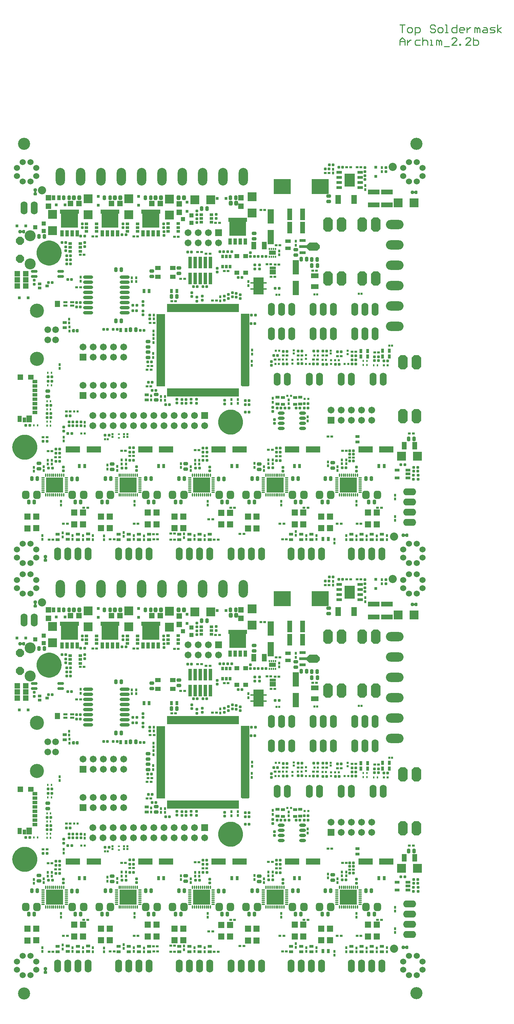
<source format=gts>
G04*
G04 #@! TF.GenerationSoftware,Altium Limited,Altium Designer,18.1.9 (240)*
G04*
G04 Layer_Color=8388736*
%FSLAX25Y25*%
%MOIN*%
G70*
G01*
G75*
%ADD12C,0.01000*%
%ADD38C,0.06000*%
%ADD131C,0.03000*%
%ADD257C,0.12205*%
%ADD258R,0.10400X0.16800*%
G04:AMPARAMS|DCode=259|XSize=118.74mil|YSize=118.74mil|CornerRadius=59.37mil|HoleSize=0mil|Usage=FLASHONLY|Rotation=90.000|XOffset=0mil|YOffset=0mil|HoleType=Round|Shape=RoundedRectangle|*
%AMROUNDEDRECTD259*
21,1,0.11874,0.00000,0,0,90.0*
21,1,0.00000,0.11874,0,0,90.0*
1,1,0.11874,0.00000,0.00000*
1,1,0.11874,0.00000,0.00000*
1,1,0.11874,0.00000,0.00000*
1,1,0.11874,0.00000,0.00000*
%
%ADD259ROUNDEDRECTD259*%
G04:AMPARAMS|DCode=260|XSize=26mil|YSize=28mil|CornerRadius=6.4mil|HoleSize=0mil|Usage=FLASHONLY|Rotation=0.000|XOffset=0mil|YOffset=0mil|HoleType=Round|Shape=RoundedRectangle|*
%AMROUNDEDRECTD260*
21,1,0.02600,0.01520,0,0,0.0*
21,1,0.01320,0.02800,0,0,0.0*
1,1,0.01280,0.00660,-0.00760*
1,1,0.01280,-0.00660,-0.00760*
1,1,0.01280,-0.00660,0.00760*
1,1,0.01280,0.00660,0.00760*
%
%ADD260ROUNDEDRECTD260*%
%ADD261R,0.02375X0.01981*%
%ADD262R,0.03700X0.04700*%
G04:AMPARAMS|DCode=263|XSize=26mil|YSize=28mil|CornerRadius=6.4mil|HoleSize=0mil|Usage=FLASHONLY|Rotation=270.000|XOffset=0mil|YOffset=0mil|HoleType=Round|Shape=RoundedRectangle|*
%AMROUNDEDRECTD263*
21,1,0.02600,0.01520,0,0,270.0*
21,1,0.01320,0.02800,0,0,270.0*
1,1,0.01280,-0.00760,-0.00660*
1,1,0.01280,-0.00760,0.00660*
1,1,0.01280,0.00760,0.00660*
1,1,0.01280,0.00760,-0.00660*
%
%ADD263ROUNDEDRECTD263*%
%ADD264R,0.06312X0.14186*%
%ADD265R,0.02368X0.02565*%
%ADD266R,0.01981X0.02375*%
%ADD267R,0.01581X0.01975*%
%ADD268R,0.01975X0.01581*%
%ADD269R,0.02565X0.02368*%
%ADD270R,0.02054X0.02054*%
%ADD271R,0.02054X0.02054*%
%ADD272R,0.03038X0.03865*%
%ADD273R,0.04737X0.02965*%
%ADD274R,0.03600X0.06400*%
G04:AMPARAMS|DCode=275|XSize=30mil|YSize=32mil|CornerRadius=8.4mil|HoleSize=0mil|Usage=FLASHONLY|Rotation=90.000|XOffset=0mil|YOffset=0mil|HoleType=Round|Shape=RoundedRectangle|*
%AMROUNDEDRECTD275*
21,1,0.03000,0.01520,0,0,90.0*
21,1,0.01320,0.03200,0,0,90.0*
1,1,0.01680,0.00760,0.00660*
1,1,0.01680,0.00760,-0.00660*
1,1,0.01680,-0.00760,-0.00660*
1,1,0.01680,-0.00760,0.00660*
%
%ADD275ROUNDEDRECTD275*%
G04:AMPARAMS|DCode=276|XSize=30mil|YSize=32mil|CornerRadius=8.4mil|HoleSize=0mil|Usage=FLASHONLY|Rotation=180.000|XOffset=0mil|YOffset=0mil|HoleType=Round|Shape=RoundedRectangle|*
%AMROUNDEDRECTD276*
21,1,0.03000,0.01520,0,0,180.0*
21,1,0.01320,0.03200,0,0,180.0*
1,1,0.01680,-0.00660,0.00760*
1,1,0.01680,0.00660,0.00760*
1,1,0.01680,0.00660,-0.00760*
1,1,0.01680,-0.00660,-0.00760*
%
%ADD276ROUNDEDRECTD276*%
%ADD277R,0.04343X0.06312*%
%ADD278R,0.03531X0.04737*%
%ADD279R,0.05524X0.06509*%
%ADD280R,0.05524X0.05328*%
%ADD281R,0.05524X0.04934*%
%ADD282R,0.04737X0.03556*%
%ADD283R,0.08700X0.08700*%
%ADD284O,0.06706X0.03162*%
%ADD285R,0.03753X0.11824*%
%ADD286R,0.06063X0.02451*%
%ADD287R,0.02126X0.02598*%
%ADD288O,0.01781X0.07887*%
%ADD289O,0.07887X0.01781*%
%ADD290R,0.05524X0.04343*%
%ADD291O,0.09855X0.03162*%
G04:AMPARAMS|DCode=292|XSize=80mil|YSize=80mil|CornerRadius=40mil|HoleSize=0mil|Usage=FLASHONLY|Rotation=270.000|XOffset=0mil|YOffset=0mil|HoleType=Round|Shape=RoundedRectangle|*
%AMROUNDEDRECTD292*
21,1,0.08000,0.00000,0,0,270.0*
21,1,0.00000,0.08000,0,0,270.0*
1,1,0.08000,0.00000,0.00000*
1,1,0.08000,0.00000,0.00000*
1,1,0.08000,0.00000,0.00000*
1,1,0.08000,0.00000,0.00000*
%
%ADD292ROUNDEDRECTD292*%
%ADD293R,0.05600X0.05600*%
%ADD294R,0.05600X0.05600*%
%ADD295R,0.05131X0.07493*%
G04:AMPARAMS|DCode=296|XSize=33.13mil|YSize=43.37mil|CornerRadius=7.83mil|HoleSize=0mil|Usage=FLASHONLY|Rotation=90.000|XOffset=0mil|YOffset=0mil|HoleType=Round|Shape=RoundedRectangle|*
%AMROUNDEDRECTD296*
21,1,0.03313,0.02772,0,0,90.0*
21,1,0.01748,0.04337,0,0,90.0*
1,1,0.01565,0.01386,0.00874*
1,1,0.01565,0.01386,-0.00874*
1,1,0.01565,-0.01386,-0.00874*
1,1,0.01565,-0.01386,0.00874*
%
%ADD296ROUNDEDRECTD296*%
%ADD297R,0.02762X0.03747*%
%ADD298R,0.04400X0.04000*%
%ADD299R,0.04737X0.04343*%
%ADD300R,0.03943X0.01975*%
%ADD301R,0.02080X0.01863*%
%ADD302R,0.02800X0.02800*%
%ADD303O,0.01502X0.03550*%
%ADD304O,0.03550X0.01502*%
%ADD305R,0.08400X0.08400*%
G04:AMPARAMS|DCode=306|XSize=33.13mil|YSize=43.37mil|CornerRadius=7.83mil|HoleSize=0mil|Usage=FLASHONLY|Rotation=0.000|XOffset=0mil|YOffset=0mil|HoleType=Round|Shape=RoundedRectangle|*
%AMROUNDEDRECTD306*
21,1,0.03313,0.02772,0,0,0.0*
21,1,0.01748,0.04337,0,0,0.0*
1,1,0.01565,0.00874,-0.01386*
1,1,0.01565,-0.00874,-0.01386*
1,1,0.01565,-0.00874,0.01386*
1,1,0.01565,0.00874,0.01386*
%
%ADD306ROUNDEDRECTD306*%
%ADD307R,0.14186X0.06312*%
%ADD308R,0.03162X0.03950*%
G04:AMPARAMS|DCode=309|XSize=71mil|YSize=79mil|CornerRadius=19.75mil|HoleSize=0mil|Usage=FLASHONLY|Rotation=0.000|XOffset=0mil|YOffset=0mil|HoleType=Round|Shape=RoundedRectangle|*
%AMROUNDEDRECTD309*
21,1,0.07100,0.03950,0,0,0.0*
21,1,0.03150,0.07900,0,0,0.0*
1,1,0.03950,0.01575,-0.01975*
1,1,0.03950,-0.01575,-0.01975*
1,1,0.03950,-0.01575,0.01975*
1,1,0.03950,0.01575,0.01975*
%
%ADD309ROUNDEDRECTD309*%
%ADD310R,0.16542X0.14573*%
%ADD311O,0.03747X0.01384*%
%ADD312O,0.01384X0.03747*%
%ADD313R,0.03550X0.02565*%
%ADD314O,0.06509X0.02965*%
%ADD315R,0.03865X0.03038*%
%ADD316R,0.05918X0.06312*%
%ADD317R,0.11430X0.04540*%
%ADD318R,0.05400X0.08700*%
%ADD319R,0.16942X0.14580*%
%ADD320R,0.10249X0.13005*%
%ADD321R,0.05721X0.02965*%
%ADD322R,0.05321X0.03550*%
%ADD323R,0.06312X0.03162*%
%ADD324R,0.07887X0.03162*%
%ADD325R,0.01384X0.02368*%
%ADD326R,0.06699X0.03943*%
%ADD327R,0.04540X0.11430*%
%ADD328R,0.03950X0.03162*%
%ADD329R,0.02800X0.02800*%
%ADD330R,0.03747X0.02762*%
G04:AMPARAMS|DCode=331|XSize=80mil|YSize=80mil|CornerRadius=40mil|HoleSize=0mil|Usage=FLASHONLY|Rotation=0.000|XOffset=0mil|YOffset=0mil|HoleType=Round|Shape=RoundedRectangle|*
%AMROUNDEDRECTD331*
21,1,0.08000,0.00000,0,0,0.0*
21,1,0.00000,0.08000,0,0,0.0*
1,1,0.08000,0.00000,0.00000*
1,1,0.08000,0.00000,0.00000*
1,1,0.08000,0.00000,0.00000*
1,1,0.08000,0.00000,0.00000*
%
%ADD331ROUNDEDRECTD331*%
G04:AMPARAMS|DCode=332|XSize=37.13mil|YSize=47.37mil|CornerRadius=9.83mil|HoleSize=0mil|Usage=FLASHONLY|Rotation=180.000|XOffset=0mil|YOffset=0mil|HoleType=Round|Shape=RoundedRectangle|*
%AMROUNDEDRECTD332*
21,1,0.03713,0.02772,0,0,180.0*
21,1,0.01748,0.04737,0,0,180.0*
1,1,0.01965,-0.00874,0.01386*
1,1,0.01965,0.00874,0.01386*
1,1,0.01965,0.00874,-0.01386*
1,1,0.01965,-0.00874,-0.01386*
%
%ADD332ROUNDEDRECTD332*%
%ADD333R,0.07493X0.05131*%
%ADD334R,0.08700X0.08700*%
%ADD335O,0.17300X0.09050*%
G04:AMPARAMS|DCode=336|XSize=141mil|YSize=91mil|CornerRadius=0mil|HoleSize=0mil|Usage=FLASHONLY|Rotation=90.000|XOffset=0mil|YOffset=0mil|HoleType=Round|Shape=Octagon|*
%AMOCTAGOND336*
4,1,8,0.02275,0.07050,-0.02275,0.07050,-0.04550,0.04775,-0.04550,-0.04775,-0.02275,-0.07050,0.02275,-0.07050,0.04550,-0.04775,0.04550,0.04775,0.02275,0.07050,0.0*
%
%ADD336OCTAGOND336*%

%ADD337O,0.09050X0.17300*%
%ADD338P,0.08443X8X292.5*%
%ADD339C,0.10800*%
%ADD340C,0.06600*%
%ADD341C,0.13850*%
%ADD342O,0.06800X0.12800*%
%ADD343C,0.06706*%
%ADD344R,0.06706X0.06706*%
%ADD345O,0.12800X0.06800*%
%ADD346C,0.01000*%
G36*
X49778Y799808D02*
X47809D01*
Y801481D01*
X49778D01*
Y799808D01*
D02*
G37*
G36*
X422539Y799472D02*
X420866D01*
Y801441D01*
X422539D01*
Y799472D01*
D02*
G37*
G36*
X171746Y779179D02*
X170761D01*
Y765793D01*
X154226D01*
Y779179D01*
X153242D01*
Y783214D01*
X171746D01*
Y779179D01*
D02*
G37*
G36*
X131646D02*
X130661D01*
Y765793D01*
X114126D01*
Y779179D01*
X113142D01*
Y783214D01*
X131646D01*
Y779179D01*
D02*
G37*
G36*
X91795D02*
X90811D01*
Y765793D01*
X74276D01*
Y779179D01*
X73291D01*
Y783214D01*
X91795D01*
Y779179D01*
D02*
G37*
G36*
X36445Y760728D02*
X34772D01*
Y762697D01*
X36445D01*
Y760728D01*
D02*
G37*
G36*
X257295Y771179D02*
X256311D01*
Y757793D01*
X239776D01*
Y771179D01*
X238791D01*
Y775214D01*
X257295D01*
Y771179D01*
D02*
G37*
G36*
X326169Y750965D02*
X326207Y750953D01*
X326242Y750935D01*
X326272Y750910D01*
X328831Y748351D01*
X328856Y748320D01*
X328875Y748286D01*
X328886Y748248D01*
X328890Y748209D01*
Y745847D01*
X328886Y745807D01*
X328875Y745770D01*
X328856Y745735D01*
X328831Y745704D01*
X326272Y743145D01*
X326242Y743120D01*
X326207Y743102D01*
X326169Y743090D01*
X326130Y743086D01*
X318650D01*
X318610Y743090D01*
X318573Y743102D01*
X318538Y743120D01*
X318508Y743145D01*
X315929Y745724D01*
X315929Y745724D01*
X315917Y745738D01*
X315904Y745755D01*
X315892Y745777D01*
X315885Y745789D01*
X315874Y745827D01*
X315870Y745866D01*
X315870Y745866D01*
Y748189D01*
X315874Y748228D01*
X315885Y748266D01*
X315904Y748301D01*
X315929Y748331D01*
X318508Y750910D01*
X318508Y750910D01*
X318524Y750924D01*
X318538Y750935D01*
X318573Y750953D01*
X318610Y750965D01*
X318650Y750969D01*
X326130D01*
X326169Y750965D01*
D02*
G37*
G36*
X73027Y687782D02*
X68322D01*
X68323Y687782D01*
X68322D01*
Y693573D01*
X73027D01*
Y687782D01*
D02*
G37*
G36*
X249347Y682677D02*
X178463Y682677D01*
X178463Y690650D01*
X249327D01*
X249347Y682677D01*
D02*
G37*
G36*
X259476Y610276D02*
X257547D01*
X251307Y610261D01*
X251307Y681142D01*
X259476Y681142D01*
Y610276D01*
D02*
G37*
G36*
X176406Y609673D02*
X168236Y609673D01*
Y680537D01*
X176406Y680557D01*
X176406Y609673D01*
D02*
G37*
G36*
X249325Y607677D02*
X249325Y599606D01*
X178460D01*
X178440Y607677D01*
X249325Y607677D01*
D02*
G37*
G36*
X413581Y462210D02*
X411908D01*
Y464178D01*
X413581D01*
Y462210D01*
D02*
G37*
G36*
X59878Y439606D02*
X57910D01*
Y441280D01*
X59878D01*
Y439606D01*
D02*
G37*
G36*
X49778Y394808D02*
X47809D01*
Y396481D01*
X49778D01*
Y394808D01*
D02*
G37*
G36*
X422539Y394472D02*
X420866D01*
Y396441D01*
X422539D01*
Y394472D01*
D02*
G37*
G36*
X171746Y374179D02*
X170761D01*
Y360793D01*
X154226D01*
Y374179D01*
X153242D01*
Y378214D01*
X171746D01*
Y374179D01*
D02*
G37*
G36*
X131646D02*
X130661D01*
Y360793D01*
X114126D01*
Y374179D01*
X113142D01*
Y378214D01*
X131646D01*
Y374179D01*
D02*
G37*
G36*
X91795D02*
X90811D01*
Y360793D01*
X74276D01*
Y374179D01*
X73291D01*
Y378214D01*
X91795D01*
Y374179D01*
D02*
G37*
G36*
X36445Y355728D02*
X34772D01*
Y357697D01*
X36445D01*
Y355728D01*
D02*
G37*
G36*
X257295Y366179D02*
X256311D01*
Y352793D01*
X239776D01*
Y366179D01*
X238791D01*
Y370214D01*
X257295D01*
Y366179D01*
D02*
G37*
G36*
X326169Y345965D02*
X326207Y345953D01*
X326242Y345935D01*
X326272Y345910D01*
X328831Y343351D01*
X328856Y343320D01*
X328875Y343286D01*
X328886Y343248D01*
X328890Y343209D01*
Y340846D01*
X328886Y340807D01*
X328875Y340770D01*
X328856Y340735D01*
X328831Y340704D01*
X326272Y338145D01*
X326242Y338120D01*
X326207Y338102D01*
X326169Y338090D01*
X326130Y338087D01*
X318650D01*
X318610Y338090D01*
X318573Y338102D01*
X318538Y338120D01*
X318508Y338145D01*
X315929Y340724D01*
X315929Y340724D01*
X315917Y340738D01*
X315904Y340755D01*
X315892Y340777D01*
X315885Y340789D01*
X315874Y340827D01*
X315870Y340866D01*
X315870Y340866D01*
Y343189D01*
X315874Y343228D01*
X315885Y343266D01*
X315904Y343301D01*
X315929Y343331D01*
X318508Y345910D01*
X318508Y345910D01*
X318524Y345924D01*
X318538Y345935D01*
X318573Y345953D01*
X318610Y345965D01*
X318650Y345969D01*
X326130D01*
X326169Y345965D01*
D02*
G37*
G36*
X73027Y282782D02*
X68322D01*
X68323Y282782D01*
X68322D01*
Y288573D01*
X73027D01*
Y282782D01*
D02*
G37*
G36*
X249347Y277677D02*
X178463Y277677D01*
X178463Y285650D01*
X249327D01*
X249347Y277677D01*
D02*
G37*
G36*
X259476Y205276D02*
X257547D01*
X251307Y205261D01*
X251307Y276142D01*
X259476Y276142D01*
Y205276D01*
D02*
G37*
G36*
X176406Y204673D02*
X168236Y204673D01*
Y275537D01*
X176406Y275557D01*
X176406Y204673D01*
D02*
G37*
G36*
X249325Y202677D02*
X249325Y194606D01*
X178460D01*
X178440Y202677D01*
X249325Y202677D01*
D02*
G37*
G36*
X413581Y57209D02*
X411908D01*
Y59178D01*
X413581D01*
Y57209D01*
D02*
G37*
G36*
X59878Y34606D02*
X57910D01*
Y36279D01*
X59878D01*
Y34606D01*
D02*
G37*
G54D12*
X407369Y964837D02*
X412368D01*
X409869D01*
Y957340D01*
X416117D02*
X418616D01*
X419865Y958589D01*
Y961089D01*
X418616Y962338D01*
X416117D01*
X414867Y961089D01*
Y958589D01*
X416117Y957340D01*
X422365Y954841D02*
Y962338D01*
X426113D01*
X427363Y961089D01*
Y958589D01*
X426113Y957340D01*
X422365D01*
X442358Y963588D02*
X441109Y964837D01*
X438609D01*
X437360Y963588D01*
Y962338D01*
X438609Y961089D01*
X441109D01*
X442358Y959839D01*
Y958589D01*
X441109Y957340D01*
X438609D01*
X437360Y958589D01*
X446107Y957340D02*
X448606D01*
X449856Y958589D01*
Y961089D01*
X448606Y962338D01*
X446107D01*
X444857Y961089D01*
Y958589D01*
X446107Y957340D01*
X452355D02*
X454854D01*
X453605D01*
Y964837D01*
X452355D01*
X463601D02*
Y957340D01*
X459853D01*
X458603Y958589D01*
Y961089D01*
X459853Y962338D01*
X463601D01*
X469849Y957340D02*
X467350D01*
X466101Y958589D01*
Y961089D01*
X467350Y962338D01*
X469849D01*
X471099Y961089D01*
Y959839D01*
X466101D01*
X473598Y962338D02*
Y957340D01*
Y959839D01*
X474848Y961089D01*
X476097Y962338D01*
X477347D01*
X481096Y957340D02*
Y962338D01*
X482345D01*
X483595Y961089D01*
Y957340D01*
Y961089D01*
X484844Y962338D01*
X486094Y961089D01*
Y957340D01*
X489843Y962338D02*
X492342D01*
X493592Y961089D01*
Y957340D01*
X489843D01*
X488593Y958589D01*
X489843Y959839D01*
X493592D01*
X496091Y957340D02*
X499840D01*
X501089Y958589D01*
X499840Y959839D01*
X497340D01*
X496091Y961089D01*
X497340Y962338D01*
X501089D01*
X503588Y957340D02*
Y964837D01*
Y959839D02*
X507337Y962338D01*
X503588Y959839D02*
X507337Y957340D01*
X407369Y944840D02*
Y949838D01*
X409869Y952337D01*
X412368Y949838D01*
Y944840D01*
Y948589D01*
X407369D01*
X414867Y949838D02*
Y944840D01*
Y947339D01*
X416117Y948589D01*
X417366Y949838D01*
X418616D01*
X427363D02*
X423614D01*
X422365Y948589D01*
Y946089D01*
X423614Y944840D01*
X427363D01*
X429862Y952337D02*
Y944840D01*
Y948589D01*
X431112Y949838D01*
X433611D01*
X434861Y948589D01*
Y944840D01*
X437360D02*
X439859D01*
X438609D01*
Y949838D01*
X437360D01*
X443608Y944840D02*
Y949838D01*
X444857D01*
X446107Y948589D01*
Y944840D01*
Y948589D01*
X447357Y949838D01*
X448606Y948589D01*
Y944840D01*
X451105Y943590D02*
X456104D01*
X463601Y944840D02*
X458603D01*
X463601Y949838D01*
Y951088D01*
X462352Y952337D01*
X459853D01*
X458603Y951088D01*
X466101Y944840D02*
Y946089D01*
X467350D01*
Y944840D01*
X466101D01*
X477347D02*
X472348D01*
X477347Y949838D01*
Y951088D01*
X476097Y952337D01*
X473598D01*
X472348Y951088D01*
X479846Y952337D02*
Y944840D01*
X483595D01*
X484844Y946089D01*
Y947339D01*
Y948589D01*
X483595Y949838D01*
X479846D01*
G54D38*
X424331Y30945D02*
D03*
X416457D02*
D03*
X410945Y36457D02*
D03*
Y44331D02*
D03*
X416457Y49843D02*
D03*
X424331D02*
D03*
X429843Y44331D02*
D03*
Y36457D02*
D03*
X49843D02*
D03*
Y44331D02*
D03*
X44331Y49843D02*
D03*
X36457D02*
D03*
X30945Y44331D02*
D03*
Y36457D02*
D03*
X36457Y30945D02*
D03*
X44331D02*
D03*
X49843Y411457D02*
D03*
Y419331D02*
D03*
X44331Y424843D02*
D03*
X36457D02*
D03*
X30945Y419331D02*
D03*
Y411457D02*
D03*
X36457Y405945D02*
D03*
X44331D02*
D03*
X429843Y411457D02*
D03*
Y419331D02*
D03*
X424331Y424843D02*
D03*
X416457D02*
D03*
X410945Y419331D02*
D03*
Y411457D02*
D03*
X416457Y405945D02*
D03*
X424331D02*
D03*
Y435945D02*
D03*
X416457D02*
D03*
X410945Y441457D02*
D03*
Y449331D02*
D03*
X416457Y454843D02*
D03*
X424331D02*
D03*
X429843Y449331D02*
D03*
Y441457D02*
D03*
X49843D02*
D03*
Y449331D02*
D03*
X44331Y454843D02*
D03*
X36457D02*
D03*
X30945Y449331D02*
D03*
Y441457D02*
D03*
X36457Y435945D02*
D03*
X44331D02*
D03*
X49843Y816457D02*
D03*
Y824331D02*
D03*
X44331Y829842D02*
D03*
X36457D02*
D03*
X30945Y824331D02*
D03*
Y816457D02*
D03*
X36457Y810945D02*
D03*
X44331D02*
D03*
X429843Y816457D02*
D03*
Y824331D02*
D03*
X424331Y829842D02*
D03*
X416457D02*
D03*
X410945Y824331D02*
D03*
Y816457D02*
D03*
X416457Y810945D02*
D03*
X424331D02*
D03*
G54D131*
X162494Y371594D02*
D03*
Y375594D02*
D03*
Y367594D02*
D03*
Y363594D02*
D03*
X158494D02*
D03*
Y367594D02*
D03*
Y371594D02*
D03*
Y375594D02*
D03*
X166494D02*
D03*
Y371594D02*
D03*
Y367594D02*
D03*
Y363594D02*
D03*
X122394Y371594D02*
D03*
Y375594D02*
D03*
Y367594D02*
D03*
Y363594D02*
D03*
X118394D02*
D03*
Y367594D02*
D03*
Y371594D02*
D03*
Y375594D02*
D03*
X126394D02*
D03*
Y371594D02*
D03*
Y367594D02*
D03*
Y363594D02*
D03*
X248043D02*
D03*
Y367594D02*
D03*
Y359594D02*
D03*
Y355594D02*
D03*
X244043D02*
D03*
Y359594D02*
D03*
Y363594D02*
D03*
Y367594D02*
D03*
X252043D02*
D03*
Y363594D02*
D03*
Y359594D02*
D03*
Y355594D02*
D03*
X82543Y371594D02*
D03*
Y375594D02*
D03*
Y367594D02*
D03*
Y363594D02*
D03*
X78543D02*
D03*
Y367594D02*
D03*
Y371594D02*
D03*
Y375594D02*
D03*
X86543D02*
D03*
Y371594D02*
D03*
Y367594D02*
D03*
Y363594D02*
D03*
X162494Y776594D02*
D03*
Y780594D02*
D03*
Y772594D02*
D03*
Y768594D02*
D03*
X158494D02*
D03*
Y772594D02*
D03*
Y776594D02*
D03*
Y780594D02*
D03*
X166494D02*
D03*
Y776594D02*
D03*
Y772594D02*
D03*
Y768594D02*
D03*
X122394Y776594D02*
D03*
Y780594D02*
D03*
Y772594D02*
D03*
Y768594D02*
D03*
X118394D02*
D03*
Y772594D02*
D03*
Y776594D02*
D03*
Y780594D02*
D03*
X126394D02*
D03*
Y776594D02*
D03*
Y772594D02*
D03*
Y768594D02*
D03*
X248043D02*
D03*
Y772594D02*
D03*
Y764594D02*
D03*
Y760594D02*
D03*
X244043D02*
D03*
Y764594D02*
D03*
Y768594D02*
D03*
Y772594D02*
D03*
X252043D02*
D03*
Y768594D02*
D03*
Y764594D02*
D03*
Y760594D02*
D03*
X82543Y776594D02*
D03*
Y780594D02*
D03*
Y772594D02*
D03*
Y768594D02*
D03*
X78543D02*
D03*
Y772594D02*
D03*
Y776594D02*
D03*
Y780594D02*
D03*
X86543D02*
D03*
Y776594D02*
D03*
Y772594D02*
D03*
Y768594D02*
D03*
G54D257*
X44540Y144959D02*
X44457Y145964D01*
X44209Y146941D01*
X43804Y147864D01*
X43253Y148707D01*
X42570Y149449D01*
X41775Y150068D01*
X40889Y150548D01*
X39935Y150875D01*
X38941Y151041D01*
X37934D01*
X36939Y150875D01*
X35986Y150548D01*
X35100Y150068D01*
X34304Y149449D01*
X33622Y148707D01*
X33071Y147864D01*
X32666Y146941D01*
X32418Y145964D01*
X32335Y144959D01*
X32418Y143955D01*
X32666Y142978D01*
X33071Y142055D01*
X33622Y141211D01*
X34304Y140470D01*
X35100Y139851D01*
X35986Y139371D01*
X36939Y139044D01*
X37934Y138878D01*
X38941D01*
X39935Y139044D01*
X40889Y139371D01*
X41775Y139851D01*
X42570Y140470D01*
X43253Y141211D01*
X43804Y142055D01*
X44209Y142978D01*
X44457Y143955D01*
X44540Y144959D01*
X246996Y169694D02*
X246913Y170698D01*
X246665Y171675D01*
X246261Y172598D01*
X245709Y173442D01*
X245027Y174183D01*
X244231Y174802D01*
X243345Y175282D01*
X242392Y175609D01*
X241398Y175775D01*
X240390D01*
X239396Y175609D01*
X238442Y175282D01*
X237556Y174802D01*
X236761Y174183D01*
X236078Y173442D01*
X235527Y172598D01*
X235122Y171675D01*
X234875Y170698D01*
X234791Y169694D01*
X234875Y168689D01*
X235122Y167712D01*
X235527Y166789D01*
X236078Y165946D01*
X236761Y165204D01*
X237556Y164585D01*
X238442Y164105D01*
X239396Y163778D01*
X240390Y163612D01*
X241398D01*
X242392Y163778D01*
X243345Y164105D01*
X244231Y164585D01*
X245027Y165204D01*
X245709Y165946D01*
X246261Y166789D01*
X246665Y167712D01*
X246913Y168689D01*
X246996Y169694D01*
X68396Y335894D02*
X68313Y336898D01*
X68065Y337875D01*
X67661Y338798D01*
X67109Y339642D01*
X66427Y340383D01*
X65631Y341002D01*
X64745Y341482D01*
X63792Y341809D01*
X62798Y341975D01*
X61790D01*
X60796Y341809D01*
X59842Y341482D01*
X58956Y341002D01*
X58161Y340383D01*
X57478Y339642D01*
X56927Y338798D01*
X56522Y337875D01*
X56275Y336898D01*
X56191Y335894D01*
X56275Y334889D01*
X56522Y333912D01*
X56927Y332989D01*
X57478Y332146D01*
X58161Y331404D01*
X58956Y330785D01*
X59842Y330305D01*
X60796Y329978D01*
X61790Y329812D01*
X62798D01*
X63792Y329978D01*
X64745Y330305D01*
X65631Y330785D01*
X66427Y331404D01*
X67109Y332146D01*
X67661Y332989D01*
X68065Y333912D01*
X68313Y334889D01*
X68396Y335894D01*
X44540Y549959D02*
X44457Y550964D01*
X44209Y551941D01*
X43804Y552864D01*
X43253Y553707D01*
X42570Y554449D01*
X41775Y555068D01*
X40889Y555548D01*
X39935Y555875D01*
X38941Y556041D01*
X37934D01*
X36939Y555875D01*
X35986Y555548D01*
X35100Y555068D01*
X34304Y554449D01*
X33622Y553707D01*
X33071Y552864D01*
X32666Y551941D01*
X32418Y550964D01*
X32335Y549959D01*
X32418Y548955D01*
X32666Y547978D01*
X33071Y547055D01*
X33622Y546211D01*
X34304Y545470D01*
X35100Y544851D01*
X35986Y544371D01*
X36939Y544044D01*
X37934Y543878D01*
X38941D01*
X39935Y544044D01*
X40889Y544371D01*
X41775Y544851D01*
X42570Y545470D01*
X43253Y546211D01*
X43804Y547055D01*
X44209Y547978D01*
X44457Y548955D01*
X44540Y549959D01*
X246996Y574694D02*
X246913Y575698D01*
X246665Y576675D01*
X246261Y577598D01*
X245709Y578442D01*
X245027Y579183D01*
X244231Y579802D01*
X243345Y580282D01*
X242392Y580609D01*
X241398Y580775D01*
X240390D01*
X239396Y580609D01*
X238442Y580282D01*
X237556Y579802D01*
X236761Y579183D01*
X236078Y578442D01*
X235527Y577598D01*
X235122Y576675D01*
X234875Y575698D01*
X234791Y574694D01*
X234875Y573689D01*
X235122Y572712D01*
X235527Y571789D01*
X236078Y570946D01*
X236761Y570204D01*
X237556Y569585D01*
X238442Y569105D01*
X239396Y568778D01*
X240390Y568612D01*
X241398D01*
X242392Y568778D01*
X243345Y569105D01*
X244231Y569585D01*
X245027Y570204D01*
X245709Y570946D01*
X246261Y571789D01*
X246665Y572712D01*
X246913Y573689D01*
X246996Y574694D01*
X68396Y740894D02*
X68313Y741898D01*
X68065Y742875D01*
X67661Y743798D01*
X67109Y744642D01*
X66427Y745383D01*
X65631Y746002D01*
X64745Y746482D01*
X63792Y746809D01*
X62798Y746975D01*
X61790D01*
X60796Y746809D01*
X59842Y746482D01*
X58956Y746002D01*
X58161Y745383D01*
X57478Y744642D01*
X56927Y743798D01*
X56522Y742875D01*
X56275Y741898D01*
X56191Y740894D01*
X56275Y739889D01*
X56522Y738912D01*
X56927Y737989D01*
X57478Y737146D01*
X58161Y736404D01*
X58956Y735785D01*
X59842Y735305D01*
X60796Y734978D01*
X61790Y734812D01*
X62798D01*
X63792Y734978D01*
X64745Y735305D01*
X65631Y735785D01*
X66427Y736404D01*
X67109Y737146D01*
X67661Y737989D01*
X68065Y738912D01*
X68313Y739889D01*
X68396Y740894D01*
G54D258*
X268502Y303445D02*
D03*
Y708445D02*
D03*
G54D259*
X37894Y12894D02*
D03*
X423780Y13189D02*
D03*
Y847974D02*
D03*
X37894D02*
D03*
G54D260*
X230504Y337042D02*
D03*
X234294D02*
D03*
X307532Y239282D02*
D03*
X311322D02*
D03*
X138039Y353760D02*
D03*
X134250D02*
D03*
X349929Y238610D02*
D03*
X346140D02*
D03*
X198887Y336614D02*
D03*
X202677D02*
D03*
X121366Y156535D02*
D03*
X117576D02*
D03*
X177232Y186654D02*
D03*
X181022D02*
D03*
X412394Y127742D02*
D03*
X408604D02*
D03*
X56575Y150689D02*
D03*
X60365D02*
D03*
X351248Y420079D02*
D03*
X347458D02*
D03*
X272104Y332242D02*
D03*
X275894D02*
D03*
X163885Y208592D02*
D03*
X160095D02*
D03*
X361841Y131398D02*
D03*
X358051D02*
D03*
X79498Y175591D02*
D03*
X83287D02*
D03*
X265394Y274794D02*
D03*
X261604D02*
D03*
X163194Y228642D02*
D03*
X159404D02*
D03*
X116194Y260794D02*
D03*
X119983D02*
D03*
X129394D02*
D03*
X125604D02*
D03*
X261218Y266260D02*
D03*
X265008D02*
D03*
X361841Y138091D02*
D03*
X358051D02*
D03*
X317156Y183465D02*
D03*
X313366D02*
D03*
X255409Y186819D02*
D03*
X259198D02*
D03*
X259207Y190793D02*
D03*
X255418D02*
D03*
X255389Y179340D02*
D03*
X259178D02*
D03*
X298455Y183465D02*
D03*
X294665D02*
D03*
X248494Y311794D02*
D03*
X252284D02*
D03*
X163698Y200807D02*
D03*
X167488D02*
D03*
X61394Y213842D02*
D03*
X65184D02*
D03*
X61394Y209742D02*
D03*
X65184D02*
D03*
X60495Y186142D02*
D03*
X64284D02*
D03*
X64294Y173942D02*
D03*
X60504D02*
D03*
X64294Y177942D02*
D03*
X60504D02*
D03*
X322989Y239253D02*
D03*
X326779D02*
D03*
X79708Y324988D02*
D03*
X83498D02*
D03*
X79709Y329094D02*
D03*
X83499D02*
D03*
X93597Y352486D02*
D03*
X97387D02*
D03*
X83526Y333084D02*
D03*
X79737D02*
D03*
X89494Y282694D02*
D03*
X93283D02*
D03*
X89494Y287094D02*
D03*
X93283D02*
D03*
X144994Y284394D02*
D03*
X148784D02*
D03*
X144894Y278894D02*
D03*
X148684D02*
D03*
X155994Y259694D02*
D03*
X152204D02*
D03*
X284994Y300942D02*
D03*
X288784D02*
D03*
X296620Y226575D02*
D03*
X292830D02*
D03*
X296641Y239153D02*
D03*
X292851D02*
D03*
X75094Y345994D02*
D03*
X78883D02*
D03*
X335530Y226439D02*
D03*
X331740D02*
D03*
X322635Y226791D02*
D03*
X326425D02*
D03*
X311310Y226908D02*
D03*
X307520D02*
D03*
X61994Y124342D02*
D03*
X65784D02*
D03*
X72894Y139042D02*
D03*
X69104D02*
D03*
X213894Y144142D02*
D03*
X217684D02*
D03*
X141694Y144242D02*
D03*
X145484D02*
D03*
X39663Y166260D02*
D03*
X43453D02*
D03*
X69094Y143142D02*
D03*
X72883D02*
D03*
X287235Y234842D02*
D03*
X283445D02*
D03*
X238294Y336842D02*
D03*
X242084D02*
D03*
X213694Y302694D02*
D03*
X217483D02*
D03*
X208294Y302594D02*
D03*
X204504D02*
D03*
X290483Y183465D02*
D03*
X286693D02*
D03*
X286094Y144142D02*
D03*
X289883D02*
D03*
X289894Y139942D02*
D03*
X286104D02*
D03*
X289894Y131742D02*
D03*
X286104D02*
D03*
X278594Y124542D02*
D03*
X282383D02*
D03*
X347820Y226442D02*
D03*
X344030D02*
D03*
X313454Y187598D02*
D03*
X317244D02*
D03*
X309282Y183465D02*
D03*
X305492D02*
D03*
X358041Y141437D02*
D03*
X361831D02*
D03*
X360411Y230728D02*
D03*
X364201D02*
D03*
X364231Y234567D02*
D03*
X360441D02*
D03*
X360431Y226791D02*
D03*
X364220D02*
D03*
X382675Y229843D02*
D03*
X386465D02*
D03*
X386475Y233780D02*
D03*
X382685D02*
D03*
X391801Y229528D02*
D03*
X395591D02*
D03*
X350794Y124542D02*
D03*
X354584D02*
D03*
X72894Y131142D02*
D03*
X69104D02*
D03*
X145494Y140142D02*
D03*
X141704D02*
D03*
X145594Y132042D02*
D03*
X141804D02*
D03*
X134294Y124442D02*
D03*
X138084D02*
D03*
X217694Y140042D02*
D03*
X213904D02*
D03*
X217794Y131942D02*
D03*
X214004D02*
D03*
X206594Y124442D02*
D03*
X210384D02*
D03*
X84774Y158169D02*
D03*
X80984D02*
D03*
X65550Y306808D02*
D03*
X61760D02*
D03*
X80707Y309658D02*
D03*
X84497D02*
D03*
X335568Y239216D02*
D03*
X331778D02*
D03*
X341908Y422244D02*
D03*
X338118D02*
D03*
X337828Y418212D02*
D03*
X334038D02*
D03*
X264394Y332342D02*
D03*
X268183D02*
D03*
X230504Y742042D02*
D03*
X234294D02*
D03*
X307532Y644281D02*
D03*
X311322D02*
D03*
X138039Y758760D02*
D03*
X134250D02*
D03*
X349929Y643610D02*
D03*
X346140D02*
D03*
X198887Y741614D02*
D03*
X202677D02*
D03*
X121366Y561536D02*
D03*
X117576D02*
D03*
X177232Y591654D02*
D03*
X181022D02*
D03*
X412394Y532742D02*
D03*
X408604D02*
D03*
X56575Y555689D02*
D03*
X60365D02*
D03*
X351248Y825079D02*
D03*
X347458D02*
D03*
X272104Y737242D02*
D03*
X275894D02*
D03*
X163885Y613592D02*
D03*
X160095D02*
D03*
X361841Y536398D02*
D03*
X358051D02*
D03*
X79498Y580590D02*
D03*
X83287D02*
D03*
X265394Y679794D02*
D03*
X261604D02*
D03*
X163194Y633642D02*
D03*
X159404D02*
D03*
X116194Y665794D02*
D03*
X119983D02*
D03*
X129394D02*
D03*
X125604D02*
D03*
X261218Y671260D02*
D03*
X265008D02*
D03*
X361841Y543090D02*
D03*
X358051D02*
D03*
X317156Y588465D02*
D03*
X313366D02*
D03*
X255409Y591819D02*
D03*
X259198D02*
D03*
X259207Y595793D02*
D03*
X255418D02*
D03*
X255389Y584340D02*
D03*
X259178D02*
D03*
X298455Y588465D02*
D03*
X294665D02*
D03*
X248494Y716794D02*
D03*
X252284D02*
D03*
X163698Y605807D02*
D03*
X167488D02*
D03*
X61394Y618842D02*
D03*
X65184D02*
D03*
X61394Y614742D02*
D03*
X65184D02*
D03*
X60495Y591142D02*
D03*
X64284D02*
D03*
X64294Y578942D02*
D03*
X60504D02*
D03*
X64294Y582942D02*
D03*
X60504D02*
D03*
X322989Y644253D02*
D03*
X326779D02*
D03*
X79708Y729988D02*
D03*
X83498D02*
D03*
X79709Y734094D02*
D03*
X83499D02*
D03*
X93597Y757486D02*
D03*
X97387D02*
D03*
X83526Y738084D02*
D03*
X79737D02*
D03*
X89494Y687694D02*
D03*
X93283D02*
D03*
X89494Y692094D02*
D03*
X93283D02*
D03*
X144994Y689394D02*
D03*
X148784D02*
D03*
X144894Y683894D02*
D03*
X148684D02*
D03*
X155994Y664694D02*
D03*
X152204D02*
D03*
X284994Y705942D02*
D03*
X288784D02*
D03*
X296620Y631575D02*
D03*
X292830D02*
D03*
X296641Y644153D02*
D03*
X292851D02*
D03*
X75094Y750994D02*
D03*
X78883D02*
D03*
X335530Y631439D02*
D03*
X331740D02*
D03*
X322635Y631791D02*
D03*
X326425D02*
D03*
X311310Y631908D02*
D03*
X307520D02*
D03*
X61994Y529342D02*
D03*
X65784D02*
D03*
X72894Y544042D02*
D03*
X69104D02*
D03*
X213894Y549142D02*
D03*
X217684D02*
D03*
X141694Y549242D02*
D03*
X145484D02*
D03*
X39663Y571260D02*
D03*
X43453D02*
D03*
X69094Y548142D02*
D03*
X72883D02*
D03*
X287235Y639843D02*
D03*
X283445D02*
D03*
X238294Y741842D02*
D03*
X242084D02*
D03*
X213694Y707694D02*
D03*
X217483D02*
D03*
X208294Y707594D02*
D03*
X204504D02*
D03*
X290483Y588465D02*
D03*
X286693D02*
D03*
X286094Y549142D02*
D03*
X289883D02*
D03*
X289894Y544942D02*
D03*
X286104D02*
D03*
X289894Y536742D02*
D03*
X286104D02*
D03*
X278594Y529542D02*
D03*
X282383D02*
D03*
X347820Y631442D02*
D03*
X344030D02*
D03*
X313454Y592598D02*
D03*
X317244D02*
D03*
X309282Y588465D02*
D03*
X305492D02*
D03*
X358041Y546437D02*
D03*
X361831D02*
D03*
X360411Y635728D02*
D03*
X364201D02*
D03*
X364231Y639567D02*
D03*
X360441D02*
D03*
X360431Y631791D02*
D03*
X364220D02*
D03*
X382675Y634843D02*
D03*
X386465D02*
D03*
X386475Y638780D02*
D03*
X382685D02*
D03*
X391801Y634528D02*
D03*
X395591D02*
D03*
X350794Y529542D02*
D03*
X354584D02*
D03*
X72894Y536142D02*
D03*
X69104D02*
D03*
X145494Y545142D02*
D03*
X141704D02*
D03*
X145594Y537042D02*
D03*
X141804D02*
D03*
X134294Y529442D02*
D03*
X138084D02*
D03*
X217694Y545042D02*
D03*
X213904D02*
D03*
X217794Y536942D02*
D03*
X214004D02*
D03*
X206594Y529442D02*
D03*
X210384D02*
D03*
X84774Y563169D02*
D03*
X80984D02*
D03*
X65550Y711808D02*
D03*
X61760D02*
D03*
X80707Y714657D02*
D03*
X84497D02*
D03*
X335568Y644216D02*
D03*
X331778D02*
D03*
X341908Y827244D02*
D03*
X338118D02*
D03*
X337828Y823212D02*
D03*
X334038D02*
D03*
X264394Y737342D02*
D03*
X268183D02*
D03*
G54D261*
X315256Y235335D02*
D03*
Y231791D02*
D03*
X356299Y239764D02*
D03*
Y236221D02*
D03*
X339961Y230217D02*
D03*
Y226673D02*
D03*
X301969Y230512D02*
D03*
Y226969D02*
D03*
X315256Y640335D02*
D03*
Y636791D02*
D03*
X356299Y644764D02*
D03*
Y641221D02*
D03*
X339961Y635217D02*
D03*
Y631673D02*
D03*
X301969Y635512D02*
D03*
Y631968D02*
D03*
G54D262*
X66719Y390094D02*
D03*
X72069D02*
D03*
X66719Y795094D02*
D03*
X72069D02*
D03*
G54D263*
X175294Y364384D02*
D03*
Y360594D02*
D03*
X76772Y160777D02*
D03*
Y164567D02*
D03*
X207370Y188110D02*
D03*
Y191900D02*
D03*
X188177Y191988D02*
D03*
Y188198D02*
D03*
X421094Y125042D02*
D03*
Y121252D02*
D03*
X420994Y113442D02*
D03*
Y117232D02*
D03*
X425394Y113452D02*
D03*
Y117242D02*
D03*
X425294Y121242D02*
D03*
Y125032D02*
D03*
X250494Y294732D02*
D03*
Y290942D02*
D03*
X284254Y168363D02*
D03*
Y172153D02*
D03*
X85960Y165894D02*
D03*
Y169684D02*
D03*
X202173Y188317D02*
D03*
Y192106D02*
D03*
X89827Y165894D02*
D03*
Y169684D02*
D03*
X93694Y165894D02*
D03*
Y169684D02*
D03*
X82094Y169694D02*
D03*
Y165904D02*
D03*
X193197Y191802D02*
D03*
Y188012D02*
D03*
X238794Y294842D02*
D03*
Y291052D02*
D03*
X246394Y292242D02*
D03*
Y296032D02*
D03*
X242694Y296542D02*
D03*
Y292752D02*
D03*
X235087Y191073D02*
D03*
Y187284D02*
D03*
X207823Y292254D02*
D03*
Y288465D02*
D03*
X213269Y293281D02*
D03*
Y289491D02*
D03*
X197287Y191703D02*
D03*
Y187913D02*
D03*
X393807Y419589D02*
D03*
Y415799D02*
D03*
X234794Y289442D02*
D03*
Y293232D02*
D03*
X95194Y360507D02*
D03*
Y364297D02*
D03*
X161394Y270994D02*
D03*
Y274783D02*
D03*
X154894Y284294D02*
D03*
Y288084D02*
D03*
Y278794D02*
D03*
Y275004D02*
D03*
X97494Y342094D02*
D03*
Y345883D02*
D03*
X78994Y341794D02*
D03*
Y338004D02*
D03*
X264713Y320049D02*
D03*
Y323839D02*
D03*
X175394Y356794D02*
D03*
Y353004D02*
D03*
X281299Y225167D02*
D03*
Y228957D02*
D03*
X207794Y373294D02*
D03*
Y377083D02*
D03*
X207894Y369294D02*
D03*
Y365504D02*
D03*
X226794Y369794D02*
D03*
Y373584D02*
D03*
X135295Y360600D02*
D03*
Y364390D02*
D03*
X269437Y320049D02*
D03*
Y323839D02*
D03*
X227846Y320748D02*
D03*
Y316958D02*
D03*
X202803Y296684D02*
D03*
Y292894D02*
D03*
X282677Y180088D02*
D03*
Y183878D02*
D03*
X292520Y125128D02*
D03*
Y121339D02*
D03*
X364961Y125227D02*
D03*
Y121437D02*
D03*
X76378Y125424D02*
D03*
Y121634D02*
D03*
X148425Y125620D02*
D03*
Y121831D02*
D03*
X220472Y125345D02*
D03*
Y121555D02*
D03*
X47961Y305072D02*
D03*
Y308862D02*
D03*
X373228Y407912D02*
D03*
Y411702D02*
D03*
Y415712D02*
D03*
Y419502D02*
D03*
X260394Y332242D02*
D03*
Y336032D02*
D03*
X175294Y769383D02*
D03*
Y765594D02*
D03*
X76772Y565777D02*
D03*
Y569567D02*
D03*
X207370Y593110D02*
D03*
Y596900D02*
D03*
X188177Y596988D02*
D03*
Y593198D02*
D03*
X421094Y530042D02*
D03*
Y526252D02*
D03*
X420994Y518442D02*
D03*
Y522232D02*
D03*
X425394Y518452D02*
D03*
Y522242D02*
D03*
X425294Y526242D02*
D03*
Y530032D02*
D03*
X250494Y699732D02*
D03*
Y695942D02*
D03*
X284254Y573363D02*
D03*
Y577153D02*
D03*
X85960Y570894D02*
D03*
Y574684D02*
D03*
X202173Y593317D02*
D03*
Y597106D02*
D03*
X89827Y570894D02*
D03*
Y574684D02*
D03*
X93694Y570894D02*
D03*
Y574684D02*
D03*
X82094Y574694D02*
D03*
Y570904D02*
D03*
X193197Y596802D02*
D03*
Y593012D02*
D03*
X238794Y699842D02*
D03*
Y696052D02*
D03*
X246394Y697242D02*
D03*
Y701032D02*
D03*
X242694Y701542D02*
D03*
Y697752D02*
D03*
X235087Y596073D02*
D03*
Y592283D02*
D03*
X207823Y697254D02*
D03*
Y693465D02*
D03*
X213269Y698281D02*
D03*
Y694491D02*
D03*
X197287Y596703D02*
D03*
Y592913D02*
D03*
X393807Y824589D02*
D03*
Y820799D02*
D03*
X234794Y694442D02*
D03*
Y698232D02*
D03*
X95194Y765507D02*
D03*
Y769297D02*
D03*
X161394Y675994D02*
D03*
Y679783D02*
D03*
X154894Y689294D02*
D03*
Y693083D02*
D03*
Y683794D02*
D03*
Y680004D02*
D03*
X97494Y747094D02*
D03*
Y750883D02*
D03*
X78994Y746794D02*
D03*
Y743004D02*
D03*
X264713Y725049D02*
D03*
Y728839D02*
D03*
X175394Y761794D02*
D03*
Y758004D02*
D03*
X281299Y630167D02*
D03*
Y633957D02*
D03*
X207794Y778294D02*
D03*
Y782084D02*
D03*
X207894Y774294D02*
D03*
Y770504D02*
D03*
X226794Y774794D02*
D03*
Y778583D02*
D03*
X135295Y765600D02*
D03*
Y769390D02*
D03*
X269437Y725049D02*
D03*
Y728839D02*
D03*
X227846Y725748D02*
D03*
Y721958D02*
D03*
X202803Y701684D02*
D03*
Y697894D02*
D03*
X282677Y585088D02*
D03*
Y588878D02*
D03*
X292520Y530128D02*
D03*
Y526339D02*
D03*
X364961Y530227D02*
D03*
Y526437D02*
D03*
X76378Y530424D02*
D03*
Y526634D02*
D03*
X148425Y530620D02*
D03*
Y526831D02*
D03*
X220472Y530345D02*
D03*
Y526555D02*
D03*
X47961Y710072D02*
D03*
Y713862D02*
D03*
X373228Y812912D02*
D03*
Y816702D02*
D03*
Y820712D02*
D03*
Y824502D02*
D03*
X260394Y737242D02*
D03*
Y741032D02*
D03*
G54D264*
X280494Y371678D02*
D03*
Y351206D02*
D03*
X305094Y301257D02*
D03*
Y321730D02*
D03*
X280494Y776678D02*
D03*
Y756206D02*
D03*
X305094Y706257D02*
D03*
Y726730D02*
D03*
G54D265*
X76772Y154823D02*
D03*
Y151053D02*
D03*
X210294Y128372D02*
D03*
Y132142D02*
D03*
X206094Y128342D02*
D03*
Y132112D02*
D03*
X192126Y128740D02*
D03*
Y124970D02*
D03*
X201772Y125620D02*
D03*
Y121851D02*
D03*
X218602Y91732D02*
D03*
Y87962D02*
D03*
X138094Y132242D02*
D03*
Y128472D02*
D03*
X133994Y132212D02*
D03*
Y128442D02*
D03*
X119783Y123395D02*
D03*
Y127165D02*
D03*
X129535Y122106D02*
D03*
Y125876D02*
D03*
X146394Y87942D02*
D03*
Y91712D02*
D03*
X402694Y76694D02*
D03*
Y72924D02*
D03*
Y93924D02*
D03*
Y97694D02*
D03*
X389807Y415789D02*
D03*
Y419559D02*
D03*
X364764Y91732D02*
D03*
Y87962D02*
D03*
X316948Y174583D02*
D03*
Y170813D02*
D03*
X282652Y189114D02*
D03*
Y192884D02*
D03*
X165594Y274694D02*
D03*
Y270924D02*
D03*
X172526Y194761D02*
D03*
Y190991D02*
D03*
X93394Y311864D02*
D03*
Y308094D02*
D03*
X143994Y307594D02*
D03*
Y311364D02*
D03*
X164794Y236912D02*
D03*
Y233142D02*
D03*
X165294Y251542D02*
D03*
Y247772D02*
D03*
X262102Y236494D02*
D03*
Y240264D02*
D03*
X248294Y187942D02*
D03*
Y191712D02*
D03*
X165294Y255342D02*
D03*
Y259112D02*
D03*
X241794Y191564D02*
D03*
Y187794D02*
D03*
X261994Y225494D02*
D03*
Y229264D02*
D03*
X230994Y288772D02*
D03*
Y292542D02*
D03*
X163020Y191427D02*
D03*
Y195197D02*
D03*
X290846Y91732D02*
D03*
Y87962D02*
D03*
X74114D02*
D03*
Y91732D02*
D03*
X72794Y222194D02*
D03*
Y225964D02*
D03*
X148130Y311373D02*
D03*
Y307603D02*
D03*
X176633Y194755D02*
D03*
Y190985D02*
D03*
X82353Y266889D02*
D03*
Y270659D02*
D03*
X82359Y262849D02*
D03*
Y259080D02*
D03*
X258594Y307542D02*
D03*
Y303772D02*
D03*
X85594Y54164D02*
D03*
Y57934D02*
D03*
X105494Y57864D02*
D03*
Y54094D02*
D03*
X95694Y54064D02*
D03*
Y57834D02*
D03*
X195294Y59803D02*
D03*
Y56033D02*
D03*
X205394Y57964D02*
D03*
Y54194D02*
D03*
X215394Y57864D02*
D03*
Y54094D02*
D03*
X274016Y125620D02*
D03*
Y121851D02*
D03*
X264370Y128839D02*
D03*
Y125068D02*
D03*
X55794Y54342D02*
D03*
Y58112D02*
D03*
X75894Y60594D02*
D03*
Y56824D02*
D03*
X354894Y54094D02*
D03*
Y57864D02*
D03*
X278194Y132312D02*
D03*
Y128542D02*
D03*
X282394Y132342D02*
D03*
Y128572D02*
D03*
X346226Y125778D02*
D03*
Y122008D02*
D03*
X336910Y130315D02*
D03*
Y126545D02*
D03*
X350494Y128542D02*
D03*
Y132312D02*
D03*
X354694Y128572D02*
D03*
Y132342D02*
D03*
X364894Y53994D02*
D03*
Y57764D02*
D03*
X374894D02*
D03*
Y53994D02*
D03*
X394894Y54094D02*
D03*
Y57864D02*
D03*
X384894Y57764D02*
D03*
Y53994D02*
D03*
X116634Y53907D02*
D03*
Y57677D02*
D03*
X135794Y61064D02*
D03*
Y57294D02*
D03*
X145794Y54224D02*
D03*
Y57994D02*
D03*
X155905Y54036D02*
D03*
Y57806D02*
D03*
X305294Y61964D02*
D03*
Y58194D02*
D03*
X315394Y57964D02*
D03*
Y54194D02*
D03*
X343110Y54459D02*
D03*
Y50689D02*
D03*
X325394Y57964D02*
D03*
Y54194D02*
D03*
X57284Y125817D02*
D03*
Y122047D02*
D03*
X47646Y125157D02*
D03*
Y121388D02*
D03*
X61194Y128342D02*
D03*
Y132112D02*
D03*
X65294Y128272D02*
D03*
Y132042D02*
D03*
X298031Y191368D02*
D03*
Y187599D02*
D03*
X97594Y165624D02*
D03*
Y169394D02*
D03*
X373571Y398130D02*
D03*
Y401900D02*
D03*
X341828Y414212D02*
D03*
Y417982D02*
D03*
X288994Y333972D02*
D03*
Y337742D02*
D03*
X305194Y347242D02*
D03*
Y343472D02*
D03*
X76772Y559823D02*
D03*
Y556053D02*
D03*
X210294Y533372D02*
D03*
Y537142D02*
D03*
X206094Y533342D02*
D03*
Y537112D02*
D03*
X192126Y533740D02*
D03*
Y529970D02*
D03*
X201772Y530620D02*
D03*
Y526851D02*
D03*
X218602Y496732D02*
D03*
Y492962D02*
D03*
X138094Y537242D02*
D03*
Y533472D02*
D03*
X133994Y537212D02*
D03*
Y533442D02*
D03*
X119783Y528395D02*
D03*
Y532165D02*
D03*
X129535Y527107D02*
D03*
Y530876D02*
D03*
X146394Y492942D02*
D03*
Y496712D02*
D03*
X402694Y481694D02*
D03*
Y477924D02*
D03*
Y498924D02*
D03*
Y502694D02*
D03*
X389807Y820789D02*
D03*
Y824559D02*
D03*
X364764Y496732D02*
D03*
Y492962D02*
D03*
X316948Y579583D02*
D03*
Y575813D02*
D03*
X282652Y594114D02*
D03*
Y597884D02*
D03*
X165594Y679694D02*
D03*
Y675924D02*
D03*
X172526Y599761D02*
D03*
Y595991D02*
D03*
X93394Y716864D02*
D03*
Y713094D02*
D03*
X143994Y712594D02*
D03*
Y716364D02*
D03*
X164794Y641912D02*
D03*
Y638142D02*
D03*
X165294Y656542D02*
D03*
Y652772D02*
D03*
X262102Y641494D02*
D03*
Y645264D02*
D03*
X248294Y592942D02*
D03*
Y596712D02*
D03*
X165294Y660342D02*
D03*
Y664112D02*
D03*
X241794Y596564D02*
D03*
Y592794D02*
D03*
X261994Y630494D02*
D03*
Y634264D02*
D03*
X230994Y693772D02*
D03*
Y697542D02*
D03*
X163020Y596427D02*
D03*
Y600197D02*
D03*
X290846Y496732D02*
D03*
Y492962D02*
D03*
X74114D02*
D03*
Y496732D02*
D03*
X72794Y627194D02*
D03*
Y630964D02*
D03*
X148130Y716373D02*
D03*
Y712603D02*
D03*
X176633Y599755D02*
D03*
Y595985D02*
D03*
X82353Y671889D02*
D03*
Y675659D02*
D03*
X82359Y667849D02*
D03*
Y664080D02*
D03*
X258594Y712542D02*
D03*
Y708772D02*
D03*
X85594Y459164D02*
D03*
Y462934D02*
D03*
X105494Y462864D02*
D03*
Y459094D02*
D03*
X95694Y459064D02*
D03*
Y462834D02*
D03*
X195294Y464803D02*
D03*
Y461033D02*
D03*
X205394Y462964D02*
D03*
Y459194D02*
D03*
X215394Y462864D02*
D03*
Y459094D02*
D03*
X274016Y530620D02*
D03*
Y526851D02*
D03*
X264370Y533839D02*
D03*
Y530068D02*
D03*
X55794Y459342D02*
D03*
Y463112D02*
D03*
X75894Y465594D02*
D03*
Y461824D02*
D03*
X354894Y459094D02*
D03*
Y462864D02*
D03*
X278194Y537312D02*
D03*
Y533542D02*
D03*
X282394Y537342D02*
D03*
Y533572D02*
D03*
X346226Y530778D02*
D03*
Y527008D02*
D03*
X336910Y535315D02*
D03*
Y531545D02*
D03*
X350494Y533542D02*
D03*
Y537312D02*
D03*
X354694Y533572D02*
D03*
Y537342D02*
D03*
X364894Y458994D02*
D03*
Y462764D02*
D03*
X374894D02*
D03*
Y458994D02*
D03*
X394894Y459094D02*
D03*
Y462864D02*
D03*
X384894Y462764D02*
D03*
Y458994D02*
D03*
X116634Y458907D02*
D03*
Y462677D02*
D03*
X135794Y466064D02*
D03*
Y462294D02*
D03*
X145794Y459224D02*
D03*
Y462994D02*
D03*
X155905Y459035D02*
D03*
Y462806D02*
D03*
X305294Y466964D02*
D03*
Y463194D02*
D03*
X315394Y462964D02*
D03*
Y459194D02*
D03*
X343110Y459459D02*
D03*
Y455689D02*
D03*
X325394Y462964D02*
D03*
Y459194D02*
D03*
X57284Y530817D02*
D03*
Y527047D02*
D03*
X47646Y530158D02*
D03*
Y526388D02*
D03*
X61194Y533342D02*
D03*
Y537112D02*
D03*
X65294Y533272D02*
D03*
Y537042D02*
D03*
X298031Y596369D02*
D03*
Y592598D02*
D03*
X97594Y570624D02*
D03*
Y574394D02*
D03*
X373571Y803130D02*
D03*
Y806900D02*
D03*
X341828Y819212D02*
D03*
Y822982D02*
D03*
X288994Y738972D02*
D03*
Y742742D02*
D03*
X305194Y752242D02*
D03*
Y748472D02*
D03*
G54D266*
X317520Y192323D02*
D03*
X313976D02*
D03*
X395374Y225394D02*
D03*
X391831D02*
D03*
X353248Y226772D02*
D03*
X356791D02*
D03*
X300492Y195374D02*
D03*
X296949D02*
D03*
X315256Y226772D02*
D03*
X318799D02*
D03*
X288976Y239665D02*
D03*
X285433D02*
D03*
X347388Y230453D02*
D03*
X343844D02*
D03*
X334941Y230763D02*
D03*
X331398D02*
D03*
X323390Y234967D02*
D03*
X326933D02*
D03*
X310713Y231117D02*
D03*
X307169D02*
D03*
X296100Y230890D02*
D03*
X292556D02*
D03*
X288574Y226573D02*
D03*
X285030D02*
D03*
X87094Y179961D02*
D03*
X90638D02*
D03*
X97626Y158406D02*
D03*
X94083D02*
D03*
X317520Y597323D02*
D03*
X313976D02*
D03*
X395374Y630394D02*
D03*
X391831D02*
D03*
X353248Y631772D02*
D03*
X356791D02*
D03*
X300492Y600374D02*
D03*
X296949D02*
D03*
X315256Y631772D02*
D03*
X318799D02*
D03*
X288976Y644665D02*
D03*
X285433D02*
D03*
X347388Y635453D02*
D03*
X343844D02*
D03*
X334941Y635763D02*
D03*
X331398D02*
D03*
X323390Y639967D02*
D03*
X326933D02*
D03*
X310713Y636117D02*
D03*
X307169D02*
D03*
X296100Y635890D02*
D03*
X292556D02*
D03*
X288574Y631573D02*
D03*
X285030D02*
D03*
X87094Y584961D02*
D03*
X90638D02*
D03*
X97626Y563406D02*
D03*
X94083D02*
D03*
G54D267*
X385551Y225465D02*
D03*
X382008D02*
D03*
X47601Y166447D02*
D03*
X51144D02*
D03*
X61222Y217842D02*
D03*
X64765D02*
D03*
X61222Y205635D02*
D03*
X64765D02*
D03*
X60422Y190142D02*
D03*
X63965D02*
D03*
X60422Y165871D02*
D03*
X63965D02*
D03*
X60422Y182042D02*
D03*
X63965D02*
D03*
X60422Y169942D02*
D03*
X63965D02*
D03*
X371484Y225512D02*
D03*
X375028D02*
D03*
X371484Y229646D02*
D03*
X375028D02*
D03*
X385551Y630465D02*
D03*
X382008D02*
D03*
X47601Y571447D02*
D03*
X51144D02*
D03*
X61222Y622842D02*
D03*
X64765D02*
D03*
X61222Y610635D02*
D03*
X64765D02*
D03*
X60422Y595142D02*
D03*
X63965D02*
D03*
X60422Y570871D02*
D03*
X63965D02*
D03*
X60422Y587042D02*
D03*
X63965D02*
D03*
X60422Y574942D02*
D03*
X63965D02*
D03*
X371484Y630512D02*
D03*
X375028D02*
D03*
X371484Y634646D02*
D03*
X375028D02*
D03*
G54D268*
X131189Y154075D02*
D03*
Y157618D02*
D03*
Y559075D02*
D03*
Y562618D02*
D03*
G54D269*
X212402Y336614D02*
D03*
X208631D02*
D03*
X60394Y154642D02*
D03*
X56624D02*
D03*
X288594Y324494D02*
D03*
X284824D02*
D03*
X158794Y204750D02*
D03*
X162564D02*
D03*
X285794Y343242D02*
D03*
X289564D02*
D03*
X213894Y136042D02*
D03*
X217664D02*
D03*
X209864Y141842D02*
D03*
X206094D02*
D03*
X145464Y136242D02*
D03*
X141694D02*
D03*
X133894Y141442D02*
D03*
X137664D02*
D03*
X282064Y142342D02*
D03*
X278294D02*
D03*
X68994Y135142D02*
D03*
X72764D02*
D03*
X417004Y158246D02*
D03*
X420774D02*
D03*
X325594Y318217D02*
D03*
X321824D02*
D03*
X280694Y312294D02*
D03*
X284464D02*
D03*
X296638Y235109D02*
D03*
X292868D02*
D03*
X284951Y230933D02*
D03*
X288721D02*
D03*
X191998Y310256D02*
D03*
X195768D02*
D03*
X165764Y266994D02*
D03*
X161994D02*
D03*
X89594Y301994D02*
D03*
X93364D02*
D03*
X162764Y220842D02*
D03*
X158994D02*
D03*
X223294Y289042D02*
D03*
X227064D02*
D03*
X163664Y224742D02*
D03*
X159894D02*
D03*
X186994Y288194D02*
D03*
X183224D02*
D03*
X280664Y324594D02*
D03*
X276894D02*
D03*
X96888Y334081D02*
D03*
X93118D02*
D03*
X226294Y365394D02*
D03*
X230064D02*
D03*
X270894Y378042D02*
D03*
X274664D02*
D03*
X351250Y141437D02*
D03*
X355020D02*
D03*
X105571Y351870D02*
D03*
X109341D02*
D03*
X149498Y351969D02*
D03*
X145728D02*
D03*
X185843Y351694D02*
D03*
X189613D02*
D03*
X238673Y317941D02*
D03*
X234903D02*
D03*
X62554Y53994D02*
D03*
X66324D02*
D03*
X289864Y135942D02*
D03*
X286094D02*
D03*
X182194Y59942D02*
D03*
X185964D02*
D03*
X241041Y85354D02*
D03*
X244811D02*
D03*
X223425Y74016D02*
D03*
X219655D02*
D03*
X185894Y54094D02*
D03*
X182124D02*
D03*
X224994D02*
D03*
X228764D02*
D03*
X96651Y85354D02*
D03*
X100421D02*
D03*
X80413Y69685D02*
D03*
X76643D02*
D03*
X345965D02*
D03*
X349735D02*
D03*
X358041Y134744D02*
D03*
X361811D02*
D03*
X389398Y85354D02*
D03*
X385628D02*
D03*
X61494Y141042D02*
D03*
X65264D02*
D03*
X369356Y69646D02*
D03*
X365586D02*
D03*
X168928Y59350D02*
D03*
X165158D02*
D03*
X149803Y69784D02*
D03*
X146033D02*
D03*
X122594Y54194D02*
D03*
X126364D02*
D03*
X169257Y54169D02*
D03*
X165487D02*
D03*
X250294Y59742D02*
D03*
X254064D02*
D03*
X313285Y85354D02*
D03*
X317055D02*
D03*
X293405Y69685D02*
D03*
X289635D02*
D03*
X295894Y54194D02*
D03*
X292124D02*
D03*
X311304Y235148D02*
D03*
X307534D02*
D03*
X326378Y230943D02*
D03*
X322608D02*
D03*
X335572Y234983D02*
D03*
X331802D02*
D03*
X346147Y234468D02*
D03*
X349918D02*
D03*
X360461Y238504D02*
D03*
X364231D02*
D03*
X386480Y237868D02*
D03*
X382710D02*
D03*
X220698Y335001D02*
D03*
X216928D02*
D03*
X340579Y155335D02*
D03*
X336809D02*
D03*
X83299Y179842D02*
D03*
X79529D02*
D03*
X355332Y420079D02*
D03*
X359102D02*
D03*
X334102Y414272D02*
D03*
X337872D02*
D03*
X369172Y419882D02*
D03*
X365402D02*
D03*
X212402Y741614D02*
D03*
X208631D02*
D03*
X60394Y559642D02*
D03*
X56624D02*
D03*
X288594Y729494D02*
D03*
X284824D02*
D03*
X158794Y609750D02*
D03*
X162564D02*
D03*
X285794Y748242D02*
D03*
X289564D02*
D03*
X213894Y541042D02*
D03*
X217664D02*
D03*
X209864Y546842D02*
D03*
X206094D02*
D03*
X145464Y541242D02*
D03*
X141694D02*
D03*
X133894Y546442D02*
D03*
X137664D02*
D03*
X282064Y547342D02*
D03*
X278294D02*
D03*
X68994Y540142D02*
D03*
X72764D02*
D03*
X417004Y563246D02*
D03*
X420774D02*
D03*
X325594Y723217D02*
D03*
X321824D02*
D03*
X280694Y717294D02*
D03*
X284464D02*
D03*
X296638Y640109D02*
D03*
X292868D02*
D03*
X284951Y635933D02*
D03*
X288721D02*
D03*
X191998Y715256D02*
D03*
X195768D02*
D03*
X165764Y671994D02*
D03*
X161994D02*
D03*
X89594Y706994D02*
D03*
X93364D02*
D03*
X162764Y625842D02*
D03*
X158994D02*
D03*
X223294Y694042D02*
D03*
X227064D02*
D03*
X163664Y629742D02*
D03*
X159894D02*
D03*
X186994Y693194D02*
D03*
X183224D02*
D03*
X280664Y729594D02*
D03*
X276894D02*
D03*
X96888Y739081D02*
D03*
X93118D02*
D03*
X226294Y770394D02*
D03*
X230064D02*
D03*
X270894Y783042D02*
D03*
X274664D02*
D03*
X351250Y546437D02*
D03*
X355020D02*
D03*
X105571Y756870D02*
D03*
X109341D02*
D03*
X149498Y756968D02*
D03*
X145728D02*
D03*
X185843Y756694D02*
D03*
X189613D02*
D03*
X238673Y722941D02*
D03*
X234903D02*
D03*
X62554Y458994D02*
D03*
X66324D02*
D03*
X289864Y540942D02*
D03*
X286094D02*
D03*
X182194Y464942D02*
D03*
X185964D02*
D03*
X241041Y490354D02*
D03*
X244811D02*
D03*
X223425Y479016D02*
D03*
X219655D02*
D03*
X185894Y459094D02*
D03*
X182124D02*
D03*
X224994D02*
D03*
X228764D02*
D03*
X96651Y490354D02*
D03*
X100421D02*
D03*
X80413Y474685D02*
D03*
X76643D02*
D03*
X345965D02*
D03*
X349735D02*
D03*
X358041Y539744D02*
D03*
X361811D02*
D03*
X389398Y490354D02*
D03*
X385628D02*
D03*
X61494Y546042D02*
D03*
X65264D02*
D03*
X369356Y474646D02*
D03*
X365586D02*
D03*
X168928Y464350D02*
D03*
X165158D02*
D03*
X149803Y474784D02*
D03*
X146033D02*
D03*
X122594Y459194D02*
D03*
X126364D02*
D03*
X169257Y459169D02*
D03*
X165487D02*
D03*
X250294Y464742D02*
D03*
X254064D02*
D03*
X313285Y490354D02*
D03*
X317055D02*
D03*
X293405Y474685D02*
D03*
X289635D02*
D03*
X295894Y459194D02*
D03*
X292124D02*
D03*
X311304Y640148D02*
D03*
X307534D02*
D03*
X326378Y635943D02*
D03*
X322608D02*
D03*
X335572Y639983D02*
D03*
X331802D02*
D03*
X346147Y639468D02*
D03*
X349918D02*
D03*
X360461Y643504D02*
D03*
X364231D02*
D03*
X386480Y642868D02*
D03*
X382710D02*
D03*
X220698Y740001D02*
D03*
X216928D02*
D03*
X340579Y560335D02*
D03*
X336809D02*
D03*
X83299Y584842D02*
D03*
X79529D02*
D03*
X355332Y825079D02*
D03*
X359102D02*
D03*
X334102Y819272D02*
D03*
X337872D02*
D03*
X369172Y824882D02*
D03*
X365402D02*
D03*
G54D270*
X139555Y154862D02*
D03*
Y157618D02*
D03*
X136307Y154862D02*
D03*
Y157618D02*
D03*
X124890Y154961D02*
D03*
Y157717D02*
D03*
X339398Y239685D02*
D03*
Y236929D02*
D03*
X303177Y239882D02*
D03*
Y237126D02*
D03*
X139555Y559862D02*
D03*
Y562618D02*
D03*
X136307Y559862D02*
D03*
Y562618D02*
D03*
X124890Y559961D02*
D03*
Y562717D02*
D03*
X339398Y644685D02*
D03*
Y641929D02*
D03*
X303177Y644882D02*
D03*
Y642126D02*
D03*
G54D271*
X120264Y152500D02*
D03*
X117508D02*
D03*
X288779Y294508D02*
D03*
X286024D02*
D03*
X323524Y295000D02*
D03*
X326279D02*
D03*
X369882Y295591D02*
D03*
X367126D02*
D03*
X399929Y244803D02*
D03*
X397173D02*
D03*
X120264Y557500D02*
D03*
X117508D02*
D03*
X288779Y699508D02*
D03*
X286024D02*
D03*
X323524Y700000D02*
D03*
X326279D02*
D03*
X369882Y700591D02*
D03*
X367126D02*
D03*
X399929Y649803D02*
D03*
X397173D02*
D03*
G54D272*
X392185Y126279D02*
D03*
X386949D02*
D03*
X309016Y126279D02*
D03*
X303780D02*
D03*
X170118Y126181D02*
D03*
X175354D02*
D03*
X92264Y126279D02*
D03*
X97500D02*
D03*
X188212Y298494D02*
D03*
X182976D02*
D03*
X331929Y54724D02*
D03*
X337165D02*
D03*
X160999Y298487D02*
D03*
X155762D02*
D03*
X242264Y126181D02*
D03*
X247500D02*
D03*
X138236Y260000D02*
D03*
X132999D02*
D03*
X392185Y531280D02*
D03*
X386949D02*
D03*
X309016Y531280D02*
D03*
X303780D02*
D03*
X170118Y531181D02*
D03*
X175354D02*
D03*
X92264Y531280D02*
D03*
X97500D02*
D03*
X188212Y703494D02*
D03*
X182976D02*
D03*
X331929Y459724D02*
D03*
X337165D02*
D03*
X160999Y703487D02*
D03*
X155762D02*
D03*
X242264Y531181D02*
D03*
X247500D02*
D03*
X138236Y665000D02*
D03*
X132999D02*
D03*
G54D273*
X415509Y114802D02*
D03*
Y118542D02*
D03*
Y122282D02*
D03*
X404879D02*
D03*
Y114802D02*
D03*
X415509Y519802D02*
D03*
Y523542D02*
D03*
Y527282D02*
D03*
X404879D02*
D03*
Y519802D02*
D03*
G54D274*
X169994Y355055D02*
D03*
X164994D02*
D03*
X159994D02*
D03*
X154994D02*
D03*
X129894D02*
D03*
X124894D02*
D03*
X119894D02*
D03*
X114894D02*
D03*
X255543Y347055D02*
D03*
X250543D02*
D03*
X245543D02*
D03*
X240543D02*
D03*
X90043Y355055D02*
D03*
X85043D02*
D03*
X80043D02*
D03*
X75043D02*
D03*
X169994Y760055D02*
D03*
X164994D02*
D03*
X159994D02*
D03*
X154994D02*
D03*
X129894D02*
D03*
X124894D02*
D03*
X119894D02*
D03*
X114894D02*
D03*
X255543Y752055D02*
D03*
X250543D02*
D03*
X245543D02*
D03*
X240543D02*
D03*
X90043Y760055D02*
D03*
X85043D02*
D03*
X80043D02*
D03*
X75043D02*
D03*
G54D275*
X58894Y33504D02*
D03*
Y37294D02*
D03*
X48794Y397584D02*
D03*
Y393794D02*
D03*
X58894Y438504D02*
D03*
Y442294D02*
D03*
X48794Y802584D02*
D03*
Y798794D02*
D03*
G54D276*
X414683Y58194D02*
D03*
X410894D02*
D03*
X37547Y356713D02*
D03*
X33757D02*
D03*
X423642Y395457D02*
D03*
X419852D02*
D03*
X86421Y259169D02*
D03*
X90211D02*
D03*
X414683Y463194D02*
D03*
X410894D02*
D03*
X37547Y761713D02*
D03*
X33757D02*
D03*
X423642Y800457D02*
D03*
X419852D02*
D03*
X86421Y664169D02*
D03*
X90211D02*
D03*
G54D277*
X33662Y172540D02*
D03*
Y577540D02*
D03*
G54D278*
X38190Y171753D02*
D03*
Y576753D02*
D03*
G54D279*
X42717Y172639D02*
D03*
Y577639D02*
D03*
G54D280*
X34253Y213583D02*
D03*
Y618583D02*
D03*
G54D281*
X44450Y213780D02*
D03*
Y618780D02*
D03*
G54D282*
X48583Y179036D02*
D03*
Y183367D02*
D03*
Y187698D02*
D03*
Y192028D02*
D03*
Y196359D02*
D03*
Y200690D02*
D03*
Y205020D02*
D03*
Y209351D02*
D03*
Y584036D02*
D03*
Y588367D02*
D03*
Y592698D02*
D03*
Y597028D02*
D03*
Y601359D02*
D03*
Y605690D02*
D03*
Y610020D02*
D03*
Y614351D02*
D03*
G54D283*
X405756Y384941D02*
D03*
X421530D02*
D03*
X221668Y387842D02*
D03*
X205894D02*
D03*
X424994Y136042D02*
D03*
X409220D02*
D03*
X405756Y789941D02*
D03*
X421530D02*
D03*
X221668Y792842D02*
D03*
X205894D02*
D03*
X424994Y541042D02*
D03*
X409220D02*
D03*
G54D284*
X290748Y178169D02*
D03*
Y173169D02*
D03*
Y168169D02*
D03*
Y163169D02*
D03*
X312008Y178169D02*
D03*
Y173169D02*
D03*
Y168169D02*
D03*
Y163169D02*
D03*
X290748Y583169D02*
D03*
Y578169D02*
D03*
Y573169D02*
D03*
Y568169D02*
D03*
X312008Y583169D02*
D03*
Y578169D02*
D03*
Y573169D02*
D03*
Y568169D02*
D03*
G54D285*
X221294Y326486D02*
D03*
Y310502D02*
D03*
X216294Y326486D02*
D03*
Y310502D02*
D03*
X211294Y326486D02*
D03*
Y310502D02*
D03*
X206294Y326486D02*
D03*
Y310502D02*
D03*
X201294Y326486D02*
D03*
Y310502D02*
D03*
X221294Y731486D02*
D03*
Y715502D02*
D03*
X216294Y731486D02*
D03*
Y715502D02*
D03*
X211294Y731486D02*
D03*
Y715502D02*
D03*
X206294Y731486D02*
D03*
Y715502D02*
D03*
X201294Y731486D02*
D03*
Y715502D02*
D03*
G54D286*
X282458Y318454D02*
D03*
Y723454D02*
D03*
G54D287*
X280490Y321013D02*
D03*
X282458D02*
D03*
X284427D02*
D03*
Y315895D02*
D03*
X282458D02*
D03*
X280490D02*
D03*
Y726013D02*
D03*
X282458D02*
D03*
X284427D02*
D03*
Y720894D02*
D03*
X282458D02*
D03*
X280490D02*
D03*
G54D288*
X248342Y281639D02*
D03*
X246374D02*
D03*
X244406D02*
D03*
X242437D02*
D03*
X240469D02*
D03*
X238500D02*
D03*
X236531D02*
D03*
X234563D02*
D03*
X232594D02*
D03*
X230626D02*
D03*
X228658D02*
D03*
X226689D02*
D03*
X224721D02*
D03*
X222752D02*
D03*
X220783D02*
D03*
X218815D02*
D03*
X216846D02*
D03*
X214878D02*
D03*
X212910D02*
D03*
X210941D02*
D03*
X208972D02*
D03*
X207004D02*
D03*
X205035D02*
D03*
X203067D02*
D03*
X201098D02*
D03*
X199130D02*
D03*
X197161D02*
D03*
X195193D02*
D03*
X193224D02*
D03*
X191256D02*
D03*
X189287D02*
D03*
X187319D02*
D03*
X185350D02*
D03*
X183382D02*
D03*
X181413D02*
D03*
X179445D02*
D03*
Y198568D02*
D03*
X181413D02*
D03*
X183382D02*
D03*
X185350D02*
D03*
X187319D02*
D03*
X189287D02*
D03*
X191256D02*
D03*
X193224D02*
D03*
X195193D02*
D03*
X197161D02*
D03*
X199130D02*
D03*
X201098D02*
D03*
X203067D02*
D03*
X205035D02*
D03*
X207004D02*
D03*
X208972D02*
D03*
X210941D02*
D03*
X212910D02*
D03*
X214878D02*
D03*
X216846D02*
D03*
X218815D02*
D03*
X220783D02*
D03*
X222752D02*
D03*
X224721D02*
D03*
X226689D02*
D03*
X228658D02*
D03*
X230626D02*
D03*
X232594D02*
D03*
X234563D02*
D03*
X236531D02*
D03*
X238500D02*
D03*
X240469D02*
D03*
X242437D02*
D03*
X244406D02*
D03*
X246374D02*
D03*
X248342D02*
D03*
Y686639D02*
D03*
X246374D02*
D03*
X244406D02*
D03*
X242437D02*
D03*
X240469D02*
D03*
X238500D02*
D03*
X236531D02*
D03*
X234563D02*
D03*
X232594D02*
D03*
X230626D02*
D03*
X228658D02*
D03*
X226689D02*
D03*
X224721D02*
D03*
X222752D02*
D03*
X220783D02*
D03*
X218815D02*
D03*
X216846D02*
D03*
X214878D02*
D03*
X212910D02*
D03*
X210941D02*
D03*
X208972D02*
D03*
X207004D02*
D03*
X205035D02*
D03*
X203067D02*
D03*
X201098D02*
D03*
X199130D02*
D03*
X197161D02*
D03*
X195193D02*
D03*
X193224D02*
D03*
X191256D02*
D03*
X189287D02*
D03*
X187319D02*
D03*
X185350D02*
D03*
X183382D02*
D03*
X181413D02*
D03*
X179445D02*
D03*
Y603569D02*
D03*
X181413D02*
D03*
X183382D02*
D03*
X185350D02*
D03*
X187319D02*
D03*
X189287D02*
D03*
X191256D02*
D03*
X193224D02*
D03*
X195193D02*
D03*
X197161D02*
D03*
X199130D02*
D03*
X201098D02*
D03*
X203067D02*
D03*
X205035D02*
D03*
X207004D02*
D03*
X208972D02*
D03*
X210941D02*
D03*
X212910D02*
D03*
X214878D02*
D03*
X216846D02*
D03*
X218815D02*
D03*
X220783D02*
D03*
X222752D02*
D03*
X224721D02*
D03*
X226689D02*
D03*
X228658D02*
D03*
X230626D02*
D03*
X232594D02*
D03*
X234563D02*
D03*
X236531D02*
D03*
X238500D02*
D03*
X240469D02*
D03*
X242437D02*
D03*
X244406D02*
D03*
X246374D02*
D03*
X248342D02*
D03*
G54D289*
X172358Y274553D02*
D03*
Y272584D02*
D03*
Y270616D02*
D03*
Y268647D02*
D03*
Y266679D02*
D03*
Y264710D02*
D03*
Y262742D02*
D03*
Y260773D02*
D03*
Y258805D02*
D03*
Y256836D02*
D03*
Y254868D02*
D03*
Y252899D02*
D03*
Y250931D02*
D03*
Y248962D02*
D03*
Y246994D02*
D03*
Y245025D02*
D03*
Y243057D02*
D03*
Y241088D02*
D03*
Y239120D02*
D03*
Y237151D02*
D03*
Y235183D02*
D03*
Y233214D02*
D03*
Y231246D02*
D03*
Y229277D02*
D03*
Y227309D02*
D03*
Y225340D02*
D03*
Y223372D02*
D03*
Y221403D02*
D03*
Y219435D02*
D03*
Y217466D02*
D03*
Y215498D02*
D03*
Y213529D02*
D03*
Y211561D02*
D03*
Y209592D02*
D03*
Y207624D02*
D03*
Y205655D02*
D03*
X255429D02*
D03*
Y207624D02*
D03*
Y209592D02*
D03*
Y211561D02*
D03*
Y213529D02*
D03*
Y215498D02*
D03*
Y217466D02*
D03*
Y219435D02*
D03*
Y221403D02*
D03*
Y223372D02*
D03*
Y225340D02*
D03*
Y227309D02*
D03*
Y229277D02*
D03*
Y231246D02*
D03*
Y233214D02*
D03*
Y235183D02*
D03*
Y237151D02*
D03*
Y239120D02*
D03*
Y241088D02*
D03*
Y243057D02*
D03*
Y245025D02*
D03*
Y246994D02*
D03*
Y248962D02*
D03*
Y250931D02*
D03*
Y252899D02*
D03*
Y254868D02*
D03*
Y256836D02*
D03*
Y258805D02*
D03*
Y260773D02*
D03*
Y262742D02*
D03*
Y264710D02*
D03*
Y266679D02*
D03*
Y268647D02*
D03*
Y270616D02*
D03*
Y272584D02*
D03*
Y274553D02*
D03*
X172358Y679553D02*
D03*
Y677584D02*
D03*
Y675616D02*
D03*
Y673647D02*
D03*
Y671679D02*
D03*
Y669710D02*
D03*
Y667742D02*
D03*
Y665773D02*
D03*
Y663805D02*
D03*
Y661836D02*
D03*
Y659868D02*
D03*
Y657899D02*
D03*
Y655931D02*
D03*
Y653962D02*
D03*
Y651994D02*
D03*
Y650025D02*
D03*
Y648057D02*
D03*
Y646088D02*
D03*
Y644120D02*
D03*
Y642151D02*
D03*
Y640183D02*
D03*
Y638214D02*
D03*
Y636246D02*
D03*
Y634277D02*
D03*
Y632309D02*
D03*
Y630340D02*
D03*
Y628372D02*
D03*
Y626403D02*
D03*
Y624435D02*
D03*
Y622466D02*
D03*
Y620498D02*
D03*
Y618529D02*
D03*
Y616561D02*
D03*
Y614592D02*
D03*
Y612624D02*
D03*
Y610655D02*
D03*
X255429D02*
D03*
Y612624D02*
D03*
Y614592D02*
D03*
Y616561D02*
D03*
Y618529D02*
D03*
Y620498D02*
D03*
Y622466D02*
D03*
Y624435D02*
D03*
Y626403D02*
D03*
Y628372D02*
D03*
Y630340D02*
D03*
Y632309D02*
D03*
Y634277D02*
D03*
Y636246D02*
D03*
Y638214D02*
D03*
Y640183D02*
D03*
Y642151D02*
D03*
Y644120D02*
D03*
Y646088D02*
D03*
Y648057D02*
D03*
Y650025D02*
D03*
Y651994D02*
D03*
Y653962D02*
D03*
Y655931D02*
D03*
Y657899D02*
D03*
Y659868D02*
D03*
Y661836D02*
D03*
Y663805D02*
D03*
Y665773D02*
D03*
Y667742D02*
D03*
Y669710D02*
D03*
Y671679D02*
D03*
Y673647D02*
D03*
Y675616D02*
D03*
Y677584D02*
D03*
Y679553D02*
D03*
G54D290*
X169608Y312410D02*
D03*
X184175D02*
D03*
Y321071D02*
D03*
X169608D02*
D03*
Y717410D02*
D03*
X184175D02*
D03*
Y726071D02*
D03*
X169608D02*
D03*
G54D291*
X100882Y311994D02*
D03*
Y306994D02*
D03*
Y301994D02*
D03*
Y296994D02*
D03*
Y291994D02*
D03*
Y286994D02*
D03*
Y281994D02*
D03*
Y276994D02*
D03*
X136906Y311994D02*
D03*
Y306994D02*
D03*
Y301994D02*
D03*
Y296994D02*
D03*
Y291994D02*
D03*
Y286994D02*
D03*
Y281994D02*
D03*
Y276994D02*
D03*
X100882Y716994D02*
D03*
Y711994D02*
D03*
Y706994D02*
D03*
Y701994D02*
D03*
Y696994D02*
D03*
Y691994D02*
D03*
Y686994D02*
D03*
Y681994D02*
D03*
X136906Y716994D02*
D03*
Y711994D02*
D03*
Y706994D02*
D03*
Y701994D02*
D03*
Y696994D02*
D03*
Y691994D02*
D03*
Y686994D02*
D03*
Y681994D02*
D03*
G54D292*
X400394Y420394D02*
D03*
X55394Y397194D02*
D03*
X400394Y825394D02*
D03*
X55394Y802194D02*
D03*
G54D293*
X61694Y390094D02*
D03*
Y381760D02*
D03*
X251294Y390076D02*
D03*
Y381742D02*
D03*
X190369Y375591D02*
D03*
Y383925D02*
D03*
X61694Y795094D02*
D03*
Y786760D02*
D03*
X251294Y795076D02*
D03*
Y786742D02*
D03*
X190369Y780591D02*
D03*
Y788925D02*
D03*
G54D294*
X39495Y315470D02*
D03*
X31161D02*
D03*
X39495Y303270D02*
D03*
X31161D02*
D03*
Y309370D02*
D03*
X39495D02*
D03*
X163594Y384294D02*
D03*
X171927D02*
D03*
X132027D02*
D03*
X123694D02*
D03*
X83494D02*
D03*
X91827D02*
D03*
X39495Y720470D02*
D03*
X31161D02*
D03*
X39495Y708270D02*
D03*
X31161D02*
D03*
Y714370D02*
D03*
X39495D02*
D03*
X163594Y789294D02*
D03*
X171927D02*
D03*
X132027D02*
D03*
X123694D02*
D03*
X83494D02*
D03*
X91827D02*
D03*
G54D295*
X274210Y343042D02*
D03*
X263777D02*
D03*
X422291Y146346D02*
D03*
X411858D02*
D03*
X274210Y748042D02*
D03*
X263777D02*
D03*
X422291Y551346D02*
D03*
X411858D02*
D03*
G54D296*
X264194Y349665D02*
D03*
Y355019D02*
D03*
X305294Y333665D02*
D03*
Y339019D02*
D03*
X337598Y386201D02*
D03*
Y391555D02*
D03*
X269061Y123071D02*
D03*
Y128425D02*
D03*
X196858Y123169D02*
D03*
Y128524D02*
D03*
X124606Y123110D02*
D03*
Y128465D02*
D03*
X341535Y129547D02*
D03*
Y124193D02*
D03*
X167694Y196719D02*
D03*
Y191365D02*
D03*
X163681Y312579D02*
D03*
Y317933D02*
D03*
X190191Y315563D02*
D03*
Y320918D02*
D03*
X61294Y200019D02*
D03*
Y194665D02*
D03*
X159994Y248519D02*
D03*
Y243165D02*
D03*
X52658Y123504D02*
D03*
Y128858D02*
D03*
X159994Y238419D02*
D03*
Y233065D02*
D03*
X264194Y754665D02*
D03*
Y760019D02*
D03*
X305294Y738665D02*
D03*
Y744019D02*
D03*
X337598Y791201D02*
D03*
Y796555D02*
D03*
X269061Y528071D02*
D03*
Y533425D02*
D03*
X196858Y528169D02*
D03*
Y533524D02*
D03*
X124606Y528110D02*
D03*
Y533465D02*
D03*
X341535Y534547D02*
D03*
Y529193D02*
D03*
X167694Y601719D02*
D03*
Y596365D02*
D03*
X163681Y717579D02*
D03*
Y722933D02*
D03*
X190191Y720563D02*
D03*
Y725918D02*
D03*
X61294Y605019D02*
D03*
Y599665D02*
D03*
X159994Y653519D02*
D03*
Y648165D02*
D03*
X52658Y528504D02*
D03*
Y533858D02*
D03*
X159994Y643419D02*
D03*
Y638065D02*
D03*
G54D297*
X233053Y322205D02*
D03*
X236794D02*
D03*
X240534D02*
D03*
Y332245D02*
D03*
X236794D02*
D03*
X233053D02*
D03*
Y727206D02*
D03*
X236794D02*
D03*
X240534D02*
D03*
Y737245D02*
D03*
X236794D02*
D03*
X233053D02*
D03*
G54D298*
X57331Y357254D02*
D03*
Y364794D02*
D03*
X48994Y360994D02*
D03*
X194094Y368994D02*
D03*
X202431Y372794D02*
D03*
Y365253D02*
D03*
X57331Y762254D02*
D03*
Y769794D02*
D03*
X48994Y765994D02*
D03*
X194094Y773994D02*
D03*
X202431Y777794D02*
D03*
Y770254D02*
D03*
G54D299*
X247263Y316423D02*
D03*
X255924Y332565D02*
D03*
Y316423D02*
D03*
X247263Y332565D02*
D03*
Y721423D02*
D03*
X255924Y737565D02*
D03*
Y721423D02*
D03*
X247263Y737565D02*
D03*
G54D300*
X85140Y284100D02*
D03*
X78447D02*
D03*
Y287250D02*
D03*
X85140D02*
D03*
Y689100D02*
D03*
X78447D02*
D03*
Y692250D02*
D03*
X85140D02*
D03*
G54D301*
X72021Y283706D02*
D03*
Y285675D02*
D03*
X69365Y283706D02*
D03*
Y285675D02*
D03*
X72021Y287643D02*
D03*
X69365D02*
D03*
X72021Y688706D02*
D03*
Y690675D02*
D03*
X69365Y688706D02*
D03*
Y690675D02*
D03*
X72021Y692643D02*
D03*
X69365D02*
D03*
G54D302*
X383907Y411158D02*
D03*
Y419889D02*
D03*
X150594Y391294D02*
D03*
Y382563D02*
D03*
X198332Y376769D02*
D03*
Y385500D02*
D03*
X110794Y391294D02*
D03*
Y382563D02*
D03*
X383907Y816158D02*
D03*
Y824889D02*
D03*
X150594Y796294D02*
D03*
Y787563D02*
D03*
X198332Y781769D02*
D03*
Y790500D02*
D03*
X110794Y796294D02*
D03*
Y787563D02*
D03*
G54D303*
X264665Y297047D02*
D03*
X266634D02*
D03*
X268602D02*
D03*
X270571D02*
D03*
X272539D02*
D03*
Y309842D02*
D03*
X270571D02*
D03*
X268602D02*
D03*
X266634D02*
D03*
X264665D02*
D03*
Y702047D02*
D03*
X266634D02*
D03*
X268602D02*
D03*
X270571D02*
D03*
X272539D02*
D03*
Y714843D02*
D03*
X270571D02*
D03*
X268602D02*
D03*
X266634D02*
D03*
X264665D02*
D03*
G54D304*
X275000Y300492D02*
D03*
Y306398D02*
D03*
X262205D02*
D03*
Y300492D02*
D03*
X275000Y705492D02*
D03*
Y711398D02*
D03*
X262205D02*
D03*
Y705492D02*
D03*
G54D305*
X268602Y303445D02*
D03*
Y708445D02*
D03*
G54D306*
X377013Y90905D02*
D03*
X382368D02*
D03*
X326248Y329429D02*
D03*
X320894D02*
D03*
X315815Y329528D02*
D03*
X310461D02*
D03*
X307500Y113976D02*
D03*
X302146D02*
D03*
X190047Y113839D02*
D03*
X195402D02*
D03*
X234527Y113813D02*
D03*
X229173D02*
D03*
X192210Y90905D02*
D03*
X186856D02*
D03*
X117705Y113937D02*
D03*
X123059D02*
D03*
X163012Y113976D02*
D03*
X157658D02*
D03*
X120000Y90945D02*
D03*
X114646D02*
D03*
X160323Y90906D02*
D03*
X165677D02*
D03*
X331344Y90905D02*
D03*
X336698D02*
D03*
X133471Y268894D02*
D03*
X128117D02*
D03*
Y319494D02*
D03*
X133471D02*
D03*
X188282Y293149D02*
D03*
X182928D02*
D03*
X147865Y260342D02*
D03*
X142511D02*
D03*
X326371Y323429D02*
D03*
X321017D02*
D03*
X421552Y153146D02*
D03*
X416197D02*
D03*
X52517Y352094D02*
D03*
X57871D02*
D03*
X217871Y379194D02*
D03*
X212516D02*
D03*
X82171Y390094D02*
D03*
X76816D02*
D03*
X122371D02*
D03*
X117016D02*
D03*
X157116Y390093D02*
D03*
X162471D02*
D03*
X262193Y113937D02*
D03*
X267547D02*
D03*
X264454Y90905D02*
D03*
X259100D02*
D03*
X304769D02*
D03*
X310124D02*
D03*
X379547Y113878D02*
D03*
X374193D02*
D03*
X334117Y113842D02*
D03*
X339471D02*
D03*
X90197Y113779D02*
D03*
X84842D02*
D03*
X45461Y113937D02*
D03*
X50815D02*
D03*
X47756Y90945D02*
D03*
X42402D02*
D03*
X88071D02*
D03*
X93425D02*
D03*
X232525Y90905D02*
D03*
X237879D02*
D03*
X246071Y390093D02*
D03*
X240717D02*
D03*
X377013Y495905D02*
D03*
X382368D02*
D03*
X326248Y734429D02*
D03*
X320894D02*
D03*
X315815Y734528D02*
D03*
X310461D02*
D03*
X307500Y518976D02*
D03*
X302146D02*
D03*
X190047Y518839D02*
D03*
X195402D02*
D03*
X234527Y518813D02*
D03*
X229173D02*
D03*
X192210Y495905D02*
D03*
X186856D02*
D03*
X117705Y518937D02*
D03*
X123059D02*
D03*
X163012Y518976D02*
D03*
X157658D02*
D03*
X120000Y495945D02*
D03*
X114646D02*
D03*
X160323Y495906D02*
D03*
X165677D02*
D03*
X331344Y495905D02*
D03*
X336698D02*
D03*
X133471Y673894D02*
D03*
X128117D02*
D03*
Y724494D02*
D03*
X133471D02*
D03*
X188282Y698149D02*
D03*
X182928D02*
D03*
X147865Y665342D02*
D03*
X142511D02*
D03*
X326371Y728429D02*
D03*
X321017D02*
D03*
X421552Y558146D02*
D03*
X416197D02*
D03*
X52517Y757094D02*
D03*
X57871D02*
D03*
X217871Y784194D02*
D03*
X212516D02*
D03*
X82171Y795094D02*
D03*
X76816D02*
D03*
X122371D02*
D03*
X117016D02*
D03*
X157116Y795093D02*
D03*
X162471D02*
D03*
X262193Y518937D02*
D03*
X267547D02*
D03*
X264454Y495905D02*
D03*
X259100D02*
D03*
X304769D02*
D03*
X310124D02*
D03*
X379547Y518878D02*
D03*
X374193D02*
D03*
X334117Y518842D02*
D03*
X339471D02*
D03*
X90197Y518780D02*
D03*
X84842D02*
D03*
X45461Y518937D02*
D03*
X50815D02*
D03*
X47756Y495945D02*
D03*
X42402D02*
D03*
X88071D02*
D03*
X93425D02*
D03*
X232525Y495905D02*
D03*
X237879D02*
D03*
X246071Y795093D02*
D03*
X240717D02*
D03*
G54D307*
X85925Y142618D02*
D03*
X106398D02*
D03*
X177559D02*
D03*
X157087D02*
D03*
X322047D02*
D03*
X301575D02*
D03*
X394291D02*
D03*
X373819D02*
D03*
X249705D02*
D03*
X229232D02*
D03*
X85925Y547618D02*
D03*
X106398D02*
D03*
X177559D02*
D03*
X157087D02*
D03*
X322047D02*
D03*
X301575D02*
D03*
X394291D02*
D03*
X373819D02*
D03*
X249705D02*
D03*
X229232D02*
D03*
G54D308*
X390476Y233925D02*
D03*
X397168D02*
D03*
X390418Y239563D02*
D03*
X397111D02*
D03*
X375913Y234075D02*
D03*
X369220D02*
D03*
X369319Y239390D02*
D03*
X376012D02*
D03*
X390476Y638925D02*
D03*
X397168D02*
D03*
X390418Y644563D02*
D03*
X397111D02*
D03*
X375913Y639075D02*
D03*
X369220D02*
D03*
X369319Y644390D02*
D03*
X376012D02*
D03*
G54D309*
X122923Y97933D02*
D03*
X111724D02*
D03*
X183935Y97894D02*
D03*
X195133D02*
D03*
X168815Y97953D02*
D03*
X157616D02*
D03*
X256179Y97894D02*
D03*
X267377D02*
D03*
X313143D02*
D03*
X301945D02*
D03*
X328386Y97854D02*
D03*
X339584D02*
D03*
X385449Y97953D02*
D03*
X374250D02*
D03*
X39480Y97933D02*
D03*
X50679D02*
D03*
X96472Y97953D02*
D03*
X85274D02*
D03*
X240961Y97854D02*
D03*
X229762D02*
D03*
X122923Y502933D02*
D03*
X111724D02*
D03*
X183935Y502894D02*
D03*
X195133D02*
D03*
X168815Y502953D02*
D03*
X157616D02*
D03*
X256179Y502894D02*
D03*
X267377D02*
D03*
X313143D02*
D03*
X301945D02*
D03*
X328386Y502854D02*
D03*
X339584D02*
D03*
X385449Y502953D02*
D03*
X374250D02*
D03*
X39480Y502933D02*
D03*
X50679D02*
D03*
X96472Y502953D02*
D03*
X85274D02*
D03*
X240961Y502854D02*
D03*
X229762D02*
D03*
G54D310*
X212466Y107658D02*
D03*
X67978D02*
D03*
X284710D02*
D03*
X356954D02*
D03*
X140222D02*
D03*
X212466Y512658D02*
D03*
X67978D02*
D03*
X284710D02*
D03*
X356954D02*
D03*
X140222D02*
D03*
G54D311*
X200950Y100768D02*
D03*
Y102736D02*
D03*
Y104705D02*
D03*
Y106673D02*
D03*
Y108642D02*
D03*
Y110610D02*
D03*
Y112579D02*
D03*
Y114547D02*
D03*
X223982D02*
D03*
Y112579D02*
D03*
Y110610D02*
D03*
Y108642D02*
D03*
Y106673D02*
D03*
Y104705D02*
D03*
Y102736D02*
D03*
Y100768D02*
D03*
X79494D02*
D03*
Y102736D02*
D03*
Y104705D02*
D03*
Y106673D02*
D03*
Y108642D02*
D03*
Y110610D02*
D03*
Y112579D02*
D03*
Y114547D02*
D03*
X56462D02*
D03*
Y112579D02*
D03*
Y110610D02*
D03*
Y108642D02*
D03*
Y106673D02*
D03*
Y104705D02*
D03*
Y102736D02*
D03*
Y100768D02*
D03*
X273195D02*
D03*
Y102736D02*
D03*
Y104705D02*
D03*
Y106673D02*
D03*
Y108642D02*
D03*
Y110610D02*
D03*
Y112579D02*
D03*
Y114547D02*
D03*
X296226D02*
D03*
Y112579D02*
D03*
Y110610D02*
D03*
Y108642D02*
D03*
Y106673D02*
D03*
Y104705D02*
D03*
Y102736D02*
D03*
Y100768D02*
D03*
X368470D02*
D03*
Y102736D02*
D03*
Y104705D02*
D03*
Y106673D02*
D03*
Y108642D02*
D03*
Y110610D02*
D03*
Y112579D02*
D03*
Y114547D02*
D03*
X345439D02*
D03*
Y112579D02*
D03*
Y110610D02*
D03*
Y108642D02*
D03*
Y106673D02*
D03*
Y104705D02*
D03*
Y102736D02*
D03*
Y100768D02*
D03*
X128706D02*
D03*
Y102736D02*
D03*
Y104705D02*
D03*
Y106673D02*
D03*
Y108642D02*
D03*
Y110610D02*
D03*
Y112579D02*
D03*
Y114547D02*
D03*
X151738D02*
D03*
Y112579D02*
D03*
Y110610D02*
D03*
Y108642D02*
D03*
Y106673D02*
D03*
Y104705D02*
D03*
Y102736D02*
D03*
Y100768D02*
D03*
X200950Y505768D02*
D03*
Y507736D02*
D03*
Y509705D02*
D03*
Y511673D02*
D03*
Y513642D02*
D03*
Y515610D02*
D03*
Y517579D02*
D03*
Y519547D02*
D03*
X223982D02*
D03*
Y517579D02*
D03*
Y515610D02*
D03*
Y513642D02*
D03*
Y511673D02*
D03*
Y509705D02*
D03*
Y507736D02*
D03*
Y505768D02*
D03*
X79494D02*
D03*
Y507736D02*
D03*
Y509705D02*
D03*
Y511673D02*
D03*
Y513642D02*
D03*
Y515610D02*
D03*
Y517579D02*
D03*
Y519547D02*
D03*
X56462D02*
D03*
Y517579D02*
D03*
Y515610D02*
D03*
Y513642D02*
D03*
Y511673D02*
D03*
Y509705D02*
D03*
Y507736D02*
D03*
Y505768D02*
D03*
X273195D02*
D03*
Y507736D02*
D03*
Y509705D02*
D03*
Y511673D02*
D03*
Y513642D02*
D03*
Y515610D02*
D03*
Y517579D02*
D03*
Y519547D02*
D03*
X296226D02*
D03*
Y517579D02*
D03*
Y515610D02*
D03*
Y513642D02*
D03*
Y511673D02*
D03*
Y509705D02*
D03*
Y507736D02*
D03*
Y505768D02*
D03*
X368470D02*
D03*
Y507736D02*
D03*
Y509705D02*
D03*
Y511673D02*
D03*
Y513642D02*
D03*
Y515610D02*
D03*
Y517579D02*
D03*
Y519547D02*
D03*
X345439D02*
D03*
Y517579D02*
D03*
Y515610D02*
D03*
Y513642D02*
D03*
Y511673D02*
D03*
Y509705D02*
D03*
Y507736D02*
D03*
Y505768D02*
D03*
X128706D02*
D03*
Y507736D02*
D03*
Y509705D02*
D03*
Y511673D02*
D03*
Y513642D02*
D03*
Y515610D02*
D03*
Y517579D02*
D03*
Y519547D02*
D03*
X151738D02*
D03*
Y517579D02*
D03*
Y515610D02*
D03*
Y513642D02*
D03*
Y511673D02*
D03*
Y509705D02*
D03*
Y507736D02*
D03*
Y505768D02*
D03*
G54D312*
X203608Y117225D02*
D03*
X205576D02*
D03*
X207545D02*
D03*
X209513D02*
D03*
X211482D02*
D03*
X213450D02*
D03*
X215419D02*
D03*
X217387D02*
D03*
X219356D02*
D03*
X221324D02*
D03*
Y98090D02*
D03*
X219356D02*
D03*
X217387D02*
D03*
X215419D02*
D03*
X213450D02*
D03*
X211482D02*
D03*
X209513D02*
D03*
X207545D02*
D03*
X205576D02*
D03*
X203608D02*
D03*
X59120D02*
D03*
X61088D02*
D03*
X63057D02*
D03*
X65025D02*
D03*
X66994D02*
D03*
X68962D02*
D03*
X70931D02*
D03*
X72899D02*
D03*
X74868D02*
D03*
X76836D02*
D03*
Y117225D02*
D03*
X74868D02*
D03*
X72899D02*
D03*
X70931D02*
D03*
X68962D02*
D03*
X66994D02*
D03*
X65025D02*
D03*
X63057D02*
D03*
X61088D02*
D03*
X59120D02*
D03*
X275852D02*
D03*
X277820D02*
D03*
X279789D02*
D03*
X281757D02*
D03*
X283726D02*
D03*
X285695D02*
D03*
X287663D02*
D03*
X289632D02*
D03*
X291600D02*
D03*
X293568D02*
D03*
Y98090D02*
D03*
X291600D02*
D03*
X289632D02*
D03*
X287663D02*
D03*
X285695D02*
D03*
X283726D02*
D03*
X281757D02*
D03*
X279789D02*
D03*
X277820D02*
D03*
X275852D02*
D03*
X348096D02*
D03*
X350065D02*
D03*
X352033D02*
D03*
X354002D02*
D03*
X355970D02*
D03*
X357939D02*
D03*
X359907D02*
D03*
X361876D02*
D03*
X363844D02*
D03*
X365813D02*
D03*
Y117225D02*
D03*
X363844D02*
D03*
X361876D02*
D03*
X359907D02*
D03*
X357939D02*
D03*
X355970D02*
D03*
X354002D02*
D03*
X352033D02*
D03*
X350065D02*
D03*
X348096D02*
D03*
X131364D02*
D03*
X133332D02*
D03*
X135301D02*
D03*
X137269D02*
D03*
X139238D02*
D03*
X141206D02*
D03*
X143175D02*
D03*
X145143D02*
D03*
X147112D02*
D03*
X149080D02*
D03*
Y98090D02*
D03*
X147112D02*
D03*
X145143D02*
D03*
X143175D02*
D03*
X141206D02*
D03*
X139238D02*
D03*
X137269D02*
D03*
X135301D02*
D03*
X133332D02*
D03*
X131364D02*
D03*
X203608Y522225D02*
D03*
X205576D02*
D03*
X207545D02*
D03*
X209513D02*
D03*
X211482D02*
D03*
X213450D02*
D03*
X215419D02*
D03*
X217387D02*
D03*
X219356D02*
D03*
X221324D02*
D03*
Y503090D02*
D03*
X219356D02*
D03*
X217387D02*
D03*
X215419D02*
D03*
X213450D02*
D03*
X211482D02*
D03*
X209513D02*
D03*
X207545D02*
D03*
X205576D02*
D03*
X203608D02*
D03*
X59120D02*
D03*
X61088D02*
D03*
X63057D02*
D03*
X65025D02*
D03*
X66994D02*
D03*
X68962D02*
D03*
X70931D02*
D03*
X72899D02*
D03*
X74868D02*
D03*
X76836D02*
D03*
Y522225D02*
D03*
X74868D02*
D03*
X72899D02*
D03*
X70931D02*
D03*
X68962D02*
D03*
X66994D02*
D03*
X65025D02*
D03*
X63057D02*
D03*
X61088D02*
D03*
X59120D02*
D03*
X275852D02*
D03*
X277820D02*
D03*
X279789D02*
D03*
X281757D02*
D03*
X283726D02*
D03*
X285695D02*
D03*
X287663D02*
D03*
X289632D02*
D03*
X291600D02*
D03*
X293568D02*
D03*
Y503090D02*
D03*
X291600D02*
D03*
X289632D02*
D03*
X287663D02*
D03*
X285695D02*
D03*
X283726D02*
D03*
X281757D02*
D03*
X279789D02*
D03*
X277820D02*
D03*
X275852D02*
D03*
X348096D02*
D03*
X350065D02*
D03*
X352033D02*
D03*
X354002D02*
D03*
X355970D02*
D03*
X357939D02*
D03*
X359907D02*
D03*
X361876D02*
D03*
X363844D02*
D03*
X365813D02*
D03*
Y522225D02*
D03*
X363844D02*
D03*
X361876D02*
D03*
X359907D02*
D03*
X357939D02*
D03*
X355970D02*
D03*
X354002D02*
D03*
X352033D02*
D03*
X350065D02*
D03*
X348096D02*
D03*
X131364D02*
D03*
X133332D02*
D03*
X135301D02*
D03*
X137269D02*
D03*
X139238D02*
D03*
X141206D02*
D03*
X143175D02*
D03*
X145143D02*
D03*
X147112D02*
D03*
X149080D02*
D03*
Y503090D02*
D03*
X147112D02*
D03*
X145143D02*
D03*
X143175D02*
D03*
X141206D02*
D03*
X139238D02*
D03*
X137269D02*
D03*
X135301D02*
D03*
X133332D02*
D03*
X131364D02*
D03*
G54D313*
X60441Y303199D02*
D03*
X53355Y301230D02*
D03*
Y305167D02*
D03*
X60441Y708199D02*
D03*
X53355Y706230D02*
D03*
Y710167D02*
D03*
G54D314*
X47948Y317755D02*
D03*
Y312755D02*
D03*
X73736Y317755D02*
D03*
Y312755D02*
D03*
X47948Y722755D02*
D03*
Y717755D02*
D03*
X73736Y722755D02*
D03*
Y717755D02*
D03*
G54D315*
X77739Y267453D02*
D03*
Y262217D02*
D03*
X158689Y191201D02*
D03*
Y196437D02*
D03*
X389894Y59230D02*
D03*
Y53994D02*
D03*
X379894Y59230D02*
D03*
Y53994D02*
D03*
X369894Y59230D02*
D03*
Y53994D02*
D03*
X359894Y59230D02*
D03*
Y53994D02*
D03*
X320394Y59230D02*
D03*
Y53994D02*
D03*
X310394Y59212D02*
D03*
Y53976D02*
D03*
X300394Y59230D02*
D03*
Y53994D02*
D03*
X220394Y59230D02*
D03*
Y53994D02*
D03*
X210394Y59230D02*
D03*
Y53994D02*
D03*
X200394Y59212D02*
D03*
Y53976D02*
D03*
X190394Y59230D02*
D03*
Y53994D02*
D03*
X160894Y59230D02*
D03*
Y53994D02*
D03*
X150894Y59294D02*
D03*
Y54058D02*
D03*
X140694Y59294D02*
D03*
Y54058D02*
D03*
X130894Y59212D02*
D03*
Y53976D02*
D03*
X365794Y155260D02*
D03*
Y150024D02*
D03*
X90894Y59194D02*
D03*
Y53957D02*
D03*
X100694Y59712D02*
D03*
Y54476D02*
D03*
X80794Y59594D02*
D03*
Y54357D02*
D03*
X70894Y59212D02*
D03*
Y53976D02*
D03*
X77739Y672453D02*
D03*
Y667217D02*
D03*
X158689Y596201D02*
D03*
Y601437D02*
D03*
X389894Y464230D02*
D03*
Y458994D02*
D03*
X379894Y464230D02*
D03*
Y458994D02*
D03*
X369894Y464230D02*
D03*
Y458994D02*
D03*
X359894Y464230D02*
D03*
Y458994D02*
D03*
X320394Y464230D02*
D03*
Y458994D02*
D03*
X310394Y464212D02*
D03*
Y458976D02*
D03*
X300394Y464230D02*
D03*
Y458994D02*
D03*
X220394Y464230D02*
D03*
Y458994D02*
D03*
X210394Y464230D02*
D03*
Y458994D02*
D03*
X200394Y464212D02*
D03*
Y458976D02*
D03*
X190394Y464230D02*
D03*
Y458994D02*
D03*
X160894Y464230D02*
D03*
Y458994D02*
D03*
X150894Y464294D02*
D03*
Y459058D02*
D03*
X140694Y464294D02*
D03*
Y459058D02*
D03*
X130894Y464212D02*
D03*
Y458976D02*
D03*
X365794Y560260D02*
D03*
Y555024D02*
D03*
X90894Y464194D02*
D03*
Y458957D02*
D03*
X100694Y464712D02*
D03*
Y459476D02*
D03*
X80794Y464594D02*
D03*
Y459358D02*
D03*
X70894Y464212D02*
D03*
Y458976D02*
D03*
G54D316*
X95866Y80512D02*
D03*
Y69095D02*
D03*
X49831Y76595D02*
D03*
Y65177D02*
D03*
X87331Y80532D02*
D03*
Y69114D02*
D03*
X185854Y65276D02*
D03*
Y76693D02*
D03*
X194417D02*
D03*
Y65276D02*
D03*
X240382Y69016D02*
D03*
Y80433D02*
D03*
X231819D02*
D03*
Y69016D02*
D03*
X330343Y65276D02*
D03*
Y76693D02*
D03*
X338906D02*
D03*
Y65276D02*
D03*
X384772Y69114D02*
D03*
Y80532D02*
D03*
X376209D02*
D03*
Y69114D02*
D03*
X258037Y65118D02*
D03*
Y76535D02*
D03*
X266563Y76496D02*
D03*
Y65079D02*
D03*
X312626Y69114D02*
D03*
Y80532D02*
D03*
X304063D02*
D03*
Y69114D02*
D03*
X113512Y65177D02*
D03*
Y76595D02*
D03*
X122075D02*
D03*
Y65177D02*
D03*
X168110Y69095D02*
D03*
Y80512D02*
D03*
X159575Y80532D02*
D03*
Y69114D02*
D03*
X41339Y65158D02*
D03*
Y76575D02*
D03*
X95866Y485512D02*
D03*
Y474094D02*
D03*
X49831Y481595D02*
D03*
Y470177D02*
D03*
X87331Y485532D02*
D03*
Y474114D02*
D03*
X185854Y470276D02*
D03*
Y481693D02*
D03*
X194417D02*
D03*
Y470276D02*
D03*
X240382Y474016D02*
D03*
Y485433D02*
D03*
X231819D02*
D03*
Y474016D02*
D03*
X330343Y470276D02*
D03*
Y481693D02*
D03*
X338906D02*
D03*
Y470276D02*
D03*
X384772Y474114D02*
D03*
Y485532D02*
D03*
X376209D02*
D03*
Y474114D02*
D03*
X258037Y470118D02*
D03*
Y481535D02*
D03*
X266563Y481496D02*
D03*
Y470079D02*
D03*
X312626Y474114D02*
D03*
Y485532D02*
D03*
X304063D02*
D03*
Y474114D02*
D03*
X113512Y470177D02*
D03*
Y481595D02*
D03*
X122075D02*
D03*
Y470177D02*
D03*
X168110Y474094D02*
D03*
Y485512D02*
D03*
X159575Y485532D02*
D03*
Y474114D02*
D03*
X41339Y470157D02*
D03*
Y481575D02*
D03*
G54D317*
X381791Y382874D02*
D03*
Y395669D02*
D03*
X394882D02*
D03*
Y382874D02*
D03*
X381791Y787874D02*
D03*
Y800669D02*
D03*
X394882D02*
D03*
Y787874D02*
D03*
G54D318*
X346928Y388312D02*
D03*
X362528D02*
D03*
X346928Y793312D02*
D03*
X362528D02*
D03*
G54D319*
X291929Y401083D02*
D03*
X329331D02*
D03*
X291929Y806083D02*
D03*
X329331D02*
D03*
G54D320*
X358128Y407412D02*
D03*
Y812412D02*
D03*
G54D321*
X347794Y414912D02*
D03*
Y409912D02*
D03*
Y404912D02*
D03*
Y399912D02*
D03*
X368463Y414912D02*
D03*
Y409912D02*
D03*
Y404912D02*
D03*
Y399912D02*
D03*
X347794Y819912D02*
D03*
Y814912D02*
D03*
Y809912D02*
D03*
Y804912D02*
D03*
X368463Y819912D02*
D03*
Y814912D02*
D03*
Y809912D02*
D03*
Y804912D02*
D03*
G54D322*
X297488Y340256D02*
D03*
Y347343D02*
D03*
Y745256D02*
D03*
Y752343D02*
D03*
G54D323*
X311760Y336122D02*
D03*
Y347933D02*
D03*
Y741122D02*
D03*
Y752933D02*
D03*
G54D324*
X312547Y342028D02*
D03*
Y747028D02*
D03*
G54D325*
X283278Y339582D02*
D03*
X281310D02*
D03*
X279341D02*
D03*
X285246Y332102D02*
D03*
X283278D02*
D03*
X281310D02*
D03*
X279341D02*
D03*
X285246Y339582D02*
D03*
X283278Y744582D02*
D03*
X281310D02*
D03*
X279341D02*
D03*
X285246Y737102D02*
D03*
X283278D02*
D03*
X281310D02*
D03*
X279341D02*
D03*
X285246Y744582D02*
D03*
G54D326*
X282294Y335842D02*
D03*
Y740842D02*
D03*
G54D327*
X299114Y360630D02*
D03*
X311910D02*
D03*
X299114Y373721D02*
D03*
X311910D02*
D03*
X299114Y765630D02*
D03*
X311910D02*
D03*
X299114Y778721D02*
D03*
X311910D02*
D03*
G54D328*
X304381Y193785D02*
D03*
Y187092D02*
D03*
X309514Y187309D02*
D03*
Y194002D02*
D03*
X287154Y187169D02*
D03*
Y193862D02*
D03*
X292553Y193762D02*
D03*
Y187069D02*
D03*
X304381Y598785D02*
D03*
Y592092D02*
D03*
X309514Y592309D02*
D03*
Y599002D02*
D03*
X287154Y592169D02*
D03*
Y598862D02*
D03*
X292553Y598762D02*
D03*
Y592069D02*
D03*
G54D329*
X227794Y389194D02*
D03*
X236525D02*
D03*
X69494Y383094D02*
D03*
X78224D02*
D03*
X30754Y362420D02*
D03*
X39485D02*
D03*
X33263Y291594D02*
D03*
X41994D02*
D03*
X227794Y794194D02*
D03*
X236525D02*
D03*
X69494Y788094D02*
D03*
X78224D02*
D03*
X30754Y767420D02*
D03*
X39485D02*
D03*
X33263Y696594D02*
D03*
X41994D02*
D03*
G54D330*
X179494Y357053D02*
D03*
Y360794D02*
D03*
Y364534D02*
D03*
X189533D02*
D03*
Y360794D02*
D03*
Y357053D02*
D03*
X139429Y356988D02*
D03*
Y360728D02*
D03*
Y364469D02*
D03*
X149469D02*
D03*
Y360728D02*
D03*
Y356988D02*
D03*
X99272D02*
D03*
Y360728D02*
D03*
Y364469D02*
D03*
X109311D02*
D03*
Y360728D02*
D03*
Y356988D02*
D03*
X83102Y337441D02*
D03*
Y341181D02*
D03*
Y344921D02*
D03*
X93141D02*
D03*
Y341181D02*
D03*
Y337441D02*
D03*
X212174Y365953D02*
D03*
Y369694D02*
D03*
Y373434D02*
D03*
X222213D02*
D03*
Y369694D02*
D03*
Y365953D02*
D03*
X179494Y762053D02*
D03*
Y765794D02*
D03*
Y769534D02*
D03*
X189533D02*
D03*
Y765794D02*
D03*
Y762053D02*
D03*
X139429Y761988D02*
D03*
Y765728D02*
D03*
Y769468D02*
D03*
X149469D02*
D03*
Y765728D02*
D03*
Y761988D02*
D03*
X99272D02*
D03*
Y765728D02*
D03*
Y769468D02*
D03*
X109311D02*
D03*
Y765728D02*
D03*
Y761988D02*
D03*
X83102Y742441D02*
D03*
Y746181D02*
D03*
Y749921D02*
D03*
X93141D02*
D03*
Y746181D02*
D03*
Y742441D02*
D03*
X212174Y770954D02*
D03*
Y774694D02*
D03*
Y778434D02*
D03*
X222213D02*
D03*
Y774694D02*
D03*
Y770954D02*
D03*
G54D331*
X401994Y56994D02*
D03*
Y461994D02*
D03*
G54D332*
X189916Y390093D02*
D03*
X195271D02*
D03*
X92271Y390094D02*
D03*
X86916D02*
D03*
X127216Y390093D02*
D03*
X132571D02*
D03*
X172571Y390093D02*
D03*
X167216D02*
D03*
X241116Y384542D02*
D03*
X246471D02*
D03*
X189916Y795093D02*
D03*
X195271D02*
D03*
X92271Y795094D02*
D03*
X86916D02*
D03*
X127216Y795093D02*
D03*
X132571D02*
D03*
X172571Y795093D02*
D03*
X167216D02*
D03*
X241116Y789541D02*
D03*
X246471D02*
D03*
G54D333*
X323694Y302783D02*
D03*
Y313216D02*
D03*
Y707783D02*
D03*
Y718216D02*
D03*
G54D334*
X180694Y388768D02*
D03*
Y372994D02*
D03*
X140694Y373194D02*
D03*
Y388968D02*
D03*
X100794D02*
D03*
Y373194D02*
D03*
X65694Y357820D02*
D03*
Y373594D02*
D03*
X262094Y375142D02*
D03*
Y390916D02*
D03*
X180694Y793768D02*
D03*
Y777994D02*
D03*
X140694Y778194D02*
D03*
Y793968D02*
D03*
X100794D02*
D03*
Y778194D02*
D03*
X65694Y762820D02*
D03*
Y778594D02*
D03*
X262094Y780142D02*
D03*
Y795916D02*
D03*
G54D335*
X402457Y343642D02*
D03*
Y363642D02*
D03*
Y323642D02*
D03*
Y303642D02*
D03*
Y283642D02*
D03*
Y263642D02*
D03*
Y748642D02*
D03*
Y768642D02*
D03*
Y728642D02*
D03*
Y708642D02*
D03*
Y688642D02*
D03*
Y668642D02*
D03*
G54D336*
X336894Y310794D02*
D03*
X350294D02*
D03*
Y363794D02*
D03*
X336894D02*
D03*
X370494D02*
D03*
X383894D02*
D03*
Y310794D02*
D03*
X370494D02*
D03*
X423826Y228272D02*
D03*
X410426D02*
D03*
Y175272D02*
D03*
X423826D02*
D03*
X336894Y715794D02*
D03*
X350294D02*
D03*
Y768794D02*
D03*
X336894D02*
D03*
X370494D02*
D03*
X383894D02*
D03*
Y715794D02*
D03*
X370494D02*
D03*
X423826Y633272D02*
D03*
X410426D02*
D03*
Y580272D02*
D03*
X423826D02*
D03*
G54D337*
X253394Y410594D02*
D03*
X233394D02*
D03*
X213394D02*
D03*
X193394D02*
D03*
X173394D02*
D03*
X153394D02*
D03*
X133394D02*
D03*
X113394D02*
D03*
X93394D02*
D03*
X73394D02*
D03*
X253394Y815594D02*
D03*
X233394D02*
D03*
X213394D02*
D03*
X193394D02*
D03*
X173394D02*
D03*
X153394D02*
D03*
X133394D02*
D03*
X113394D02*
D03*
X93394D02*
D03*
X73394D02*
D03*
G54D338*
X33994Y347794D02*
D03*
Y329994D02*
D03*
Y752794D02*
D03*
Y734994D02*
D03*
G54D339*
X43794Y352694D02*
D03*
Y325094D02*
D03*
Y757694D02*
D03*
Y730094D02*
D03*
G54D340*
X68994Y250394D02*
D03*
Y260315D02*
D03*
X61094D02*
D03*
Y250394D02*
D03*
X68994Y655394D02*
D03*
Y665315D02*
D03*
X61094D02*
D03*
Y655394D02*
D03*
G54D341*
X50394Y279016D02*
D03*
Y231694D02*
D03*
Y684016D02*
D03*
Y636694D02*
D03*
G54D342*
X301094Y256294D02*
D03*
X291094D02*
D03*
X281094D02*
D03*
X318394Y211694D02*
D03*
X328394D02*
D03*
X359894Y39894D02*
D03*
X369894D02*
D03*
X379894D02*
D03*
X389894D02*
D03*
X47794Y379894D02*
D03*
X37794D02*
D03*
X363194Y256294D02*
D03*
X373194D02*
D03*
X383194D02*
D03*
X322144D02*
D03*
X332144D02*
D03*
X342144D02*
D03*
X383194Y280294D02*
D03*
X373194D02*
D03*
X363194D02*
D03*
X342144D02*
D03*
X332144D02*
D03*
X322144D02*
D03*
X301094D02*
D03*
X291094D02*
D03*
X281094D02*
D03*
X391194Y211694D02*
D03*
X381194D02*
D03*
X359894D02*
D03*
X349894D02*
D03*
X296694D02*
D03*
X286694D02*
D03*
X330394Y39894D02*
D03*
X320394D02*
D03*
X310394D02*
D03*
X300394D02*
D03*
X271394D02*
D03*
X261394D02*
D03*
X251394D02*
D03*
X241394D02*
D03*
X220394D02*
D03*
X210394D02*
D03*
X200394D02*
D03*
X190394D02*
D03*
X160894D02*
D03*
X150894D02*
D03*
X140894D02*
D03*
X130894D02*
D03*
X100894D02*
D03*
X90894D02*
D03*
X80894D02*
D03*
X70894D02*
D03*
X301094Y661294D02*
D03*
X291094D02*
D03*
X281094D02*
D03*
X318394Y616694D02*
D03*
X328394D02*
D03*
X359894Y444894D02*
D03*
X369894D02*
D03*
X379894D02*
D03*
X389894D02*
D03*
X47794Y784894D02*
D03*
X37794D02*
D03*
X363194Y661294D02*
D03*
X373194D02*
D03*
X383194D02*
D03*
X322144D02*
D03*
X332144D02*
D03*
X342144D02*
D03*
X383194Y685294D02*
D03*
X373194D02*
D03*
X363194D02*
D03*
X342144D02*
D03*
X332144D02*
D03*
X322144D02*
D03*
X301094D02*
D03*
X291094D02*
D03*
X281094D02*
D03*
X391194Y616694D02*
D03*
X381194D02*
D03*
X359894D02*
D03*
X349894D02*
D03*
X296694D02*
D03*
X286694D02*
D03*
X330394Y444894D02*
D03*
X320394D02*
D03*
X310394D02*
D03*
X300394D02*
D03*
X271394D02*
D03*
X261394D02*
D03*
X251394D02*
D03*
X241394D02*
D03*
X220394D02*
D03*
X210394D02*
D03*
X200394D02*
D03*
X190394D02*
D03*
X160894D02*
D03*
X150894D02*
D03*
X140894D02*
D03*
X130894D02*
D03*
X100894D02*
D03*
X90894D02*
D03*
X80894D02*
D03*
X70894D02*
D03*
G54D343*
X105494Y165994D02*
D03*
Y175994D02*
D03*
X115494Y165994D02*
D03*
Y175994D02*
D03*
X125494Y165994D02*
D03*
Y175994D02*
D03*
X135494Y165994D02*
D03*
Y175994D02*
D03*
X145494Y165994D02*
D03*
Y175994D02*
D03*
X155494Y165994D02*
D03*
Y175994D02*
D03*
X165494Y165994D02*
D03*
Y175994D02*
D03*
X175494Y165994D02*
D03*
Y175994D02*
D03*
X185494Y165994D02*
D03*
Y175994D02*
D03*
X195494Y165994D02*
D03*
Y175994D02*
D03*
X205494Y165994D02*
D03*
Y175994D02*
D03*
X215494Y165994D02*
D03*
X229194Y345694D02*
D03*
X219194Y355694D02*
D03*
Y345694D02*
D03*
X209194Y355694D02*
D03*
Y345694D02*
D03*
X199194Y355694D02*
D03*
Y345694D02*
D03*
X339870Y181280D02*
D03*
X349870Y171280D02*
D03*
Y181280D02*
D03*
X359870Y171280D02*
D03*
Y181280D02*
D03*
X369870Y171280D02*
D03*
Y181280D02*
D03*
X379870Y171280D02*
D03*
Y181280D02*
D03*
X135694Y205694D02*
D03*
Y195694D02*
D03*
X125694Y205694D02*
D03*
Y195694D02*
D03*
X115694Y205694D02*
D03*
Y195694D02*
D03*
X105694Y205694D02*
D03*
Y195694D02*
D03*
X95694Y205694D02*
D03*
X135694Y243187D02*
D03*
Y233187D02*
D03*
X125694Y243187D02*
D03*
Y233187D02*
D03*
X115694Y243187D02*
D03*
Y233187D02*
D03*
X105694Y243187D02*
D03*
Y233187D02*
D03*
X95694Y243187D02*
D03*
X105494Y570994D02*
D03*
Y580994D02*
D03*
X115494Y570994D02*
D03*
Y580994D02*
D03*
X125494Y570994D02*
D03*
Y580994D02*
D03*
X135494Y570994D02*
D03*
Y580994D02*
D03*
X145494Y570994D02*
D03*
Y580994D02*
D03*
X155494Y570994D02*
D03*
Y580994D02*
D03*
X165494Y570994D02*
D03*
Y580994D02*
D03*
X175494Y570994D02*
D03*
Y580994D02*
D03*
X185494Y570994D02*
D03*
Y580994D02*
D03*
X195494Y570994D02*
D03*
Y580994D02*
D03*
X205494Y570994D02*
D03*
Y580994D02*
D03*
X215494Y570994D02*
D03*
X229194Y750694D02*
D03*
X219194Y760694D02*
D03*
Y750694D02*
D03*
X209194Y760694D02*
D03*
Y750694D02*
D03*
X199194Y760694D02*
D03*
Y750694D02*
D03*
X339870Y586280D02*
D03*
X349870Y576280D02*
D03*
Y586280D02*
D03*
X359870Y576280D02*
D03*
Y586280D02*
D03*
X369870Y576280D02*
D03*
Y586280D02*
D03*
X379870Y576280D02*
D03*
Y586280D02*
D03*
X135694Y610694D02*
D03*
Y600694D02*
D03*
X125694Y610694D02*
D03*
Y600694D02*
D03*
X115694Y610694D02*
D03*
Y600694D02*
D03*
X105694Y610694D02*
D03*
Y600694D02*
D03*
X95694Y610694D02*
D03*
X135694Y648187D02*
D03*
Y638187D02*
D03*
X125694Y648187D02*
D03*
Y638187D02*
D03*
X115694Y648187D02*
D03*
Y638187D02*
D03*
X105694Y648187D02*
D03*
Y638187D02*
D03*
X95694Y648187D02*
D03*
G54D344*
X215494Y175994D02*
D03*
X229194Y355694D02*
D03*
X339870Y171280D02*
D03*
X95694Y195694D02*
D03*
Y233187D02*
D03*
X215494Y580994D02*
D03*
X229194Y760694D02*
D03*
X339870Y576280D02*
D03*
X95694Y600694D02*
D03*
Y638187D02*
D03*
G54D345*
X417194Y100894D02*
D03*
Y90894D02*
D03*
Y80894D02*
D03*
Y70894D02*
D03*
Y505894D02*
D03*
Y495894D02*
D03*
Y485894D02*
D03*
Y475894D02*
D03*
G54D346*
X205970Y103327D02*
D03*
X218962Y111988D02*
D03*
Y107658D02*
D03*
Y103327D02*
D03*
X214632Y111988D02*
D03*
Y107658D02*
D03*
Y103327D02*
D03*
X210301Y111988D02*
D03*
Y107658D02*
D03*
Y103327D02*
D03*
X205970Y111988D02*
D03*
Y107658D02*
D03*
X355963Y411742D02*
D03*
X360294D02*
D03*
X355963Y407412D02*
D03*
X360294D02*
D03*
X355963Y403081D02*
D03*
X360294D02*
D03*
X61482Y107658D02*
D03*
Y111988D02*
D03*
X65813Y103327D02*
D03*
Y107658D02*
D03*
Y111988D02*
D03*
X70143Y103327D02*
D03*
Y107658D02*
D03*
Y111988D02*
D03*
X74474Y103327D02*
D03*
Y107658D02*
D03*
Y111988D02*
D03*
X61482Y103327D02*
D03*
X278214D02*
D03*
X291206Y111988D02*
D03*
Y107658D02*
D03*
Y103327D02*
D03*
X286876Y111988D02*
D03*
Y107658D02*
D03*
Y103327D02*
D03*
X282545Y111988D02*
D03*
Y107658D02*
D03*
Y103327D02*
D03*
X278214Y111988D02*
D03*
Y107658D02*
D03*
X350458D02*
D03*
Y111988D02*
D03*
X354789Y103327D02*
D03*
Y107658D02*
D03*
Y111988D02*
D03*
X359120Y103327D02*
D03*
Y107658D02*
D03*
Y111988D02*
D03*
X363450Y103327D02*
D03*
Y107658D02*
D03*
Y111988D02*
D03*
X350458Y103327D02*
D03*
X133726D02*
D03*
X146718Y111988D02*
D03*
Y107658D02*
D03*
Y103327D02*
D03*
X142387Y111988D02*
D03*
Y107658D02*
D03*
Y103327D02*
D03*
X138057Y111988D02*
D03*
Y107658D02*
D03*
Y103327D02*
D03*
X133726Y111988D02*
D03*
Y107658D02*
D03*
X205970Y508327D02*
D03*
X218962Y516988D02*
D03*
Y512658D02*
D03*
Y508327D02*
D03*
X214632Y516988D02*
D03*
Y512658D02*
D03*
Y508327D02*
D03*
X210301Y516988D02*
D03*
Y512658D02*
D03*
Y508327D02*
D03*
X205970Y516988D02*
D03*
Y512658D02*
D03*
X355963Y816743D02*
D03*
X360294D02*
D03*
X355963Y812412D02*
D03*
X360294D02*
D03*
X355963Y808081D02*
D03*
X360294D02*
D03*
X61482Y512658D02*
D03*
Y516988D02*
D03*
X65813Y508327D02*
D03*
Y512658D02*
D03*
Y516988D02*
D03*
X70143Y508327D02*
D03*
Y512658D02*
D03*
Y516988D02*
D03*
X74474Y508327D02*
D03*
Y512658D02*
D03*
Y516988D02*
D03*
X61482Y508327D02*
D03*
X278214D02*
D03*
X291206Y516988D02*
D03*
Y512658D02*
D03*
Y508327D02*
D03*
X286876Y516988D02*
D03*
Y512658D02*
D03*
Y508327D02*
D03*
X282545Y516988D02*
D03*
Y512658D02*
D03*
Y508327D02*
D03*
X278214Y516988D02*
D03*
Y512658D02*
D03*
X350458D02*
D03*
Y516988D02*
D03*
X354789Y508327D02*
D03*
Y512658D02*
D03*
Y516988D02*
D03*
X359120Y508327D02*
D03*
Y512658D02*
D03*
Y516988D02*
D03*
X363450Y508327D02*
D03*
Y512658D02*
D03*
Y516988D02*
D03*
X350458Y508327D02*
D03*
X133726D02*
D03*
X146718Y516988D02*
D03*
Y512658D02*
D03*
Y508327D02*
D03*
X142387Y516988D02*
D03*
Y512658D02*
D03*
Y508327D02*
D03*
X138057Y516988D02*
D03*
Y512658D02*
D03*
Y508327D02*
D03*
X133726Y516988D02*
D03*
Y512658D02*
D03*
M02*

</source>
